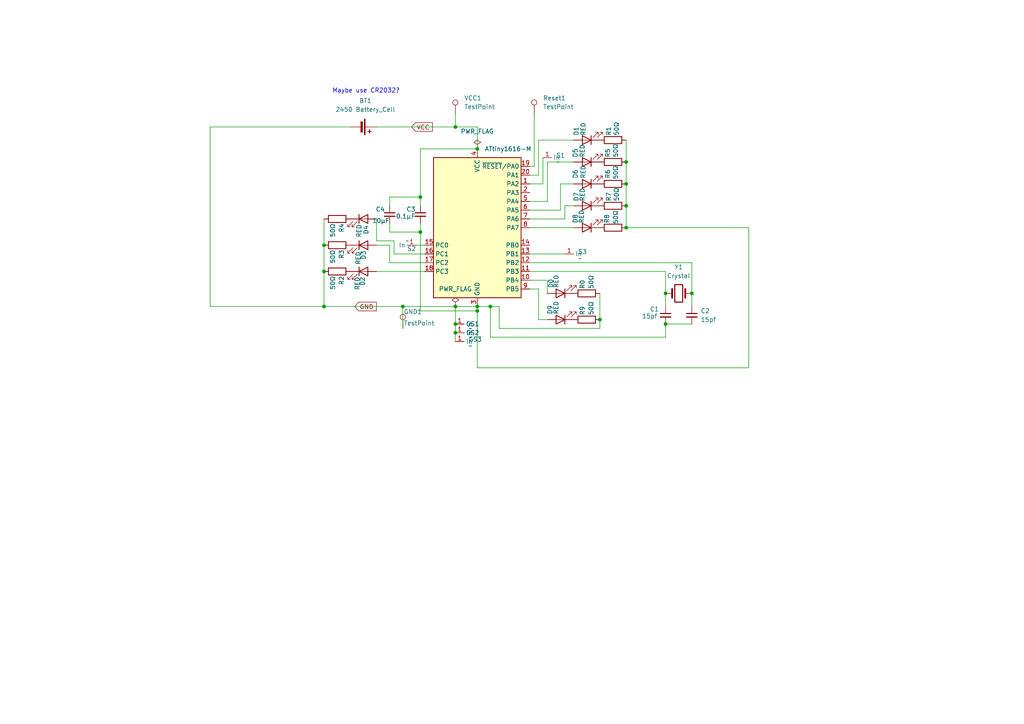
<source format=kicad_sch>
(kicad_sch
	(version 20250114)
	(generator "eeschema")
	(generator_version "9.0")
	(uuid "bc3b0f77-13c8-4ae5-b55c-5fe989ebeedc")
	(paper "A4")
	(lib_symbols
		(symbol "Connector:Empty_pad"
			(exclude_from_sim no)
			(in_bom yes)
			(on_board yes)
			(property "Reference" "P"
				(at -1.27 0 0)
				(effects
					(font
						(size 1.27 1.27)
					)
				)
			)
			(property "Value" ""
				(at 0 0 0)
				(effects
					(font
						(size 1.27 1.27)
					)
				)
			)
			(property "Footprint" ""
				(at 0 0 0)
				(effects
					(font
						(size 1.27 1.27)
					)
					(hide yes)
				)
			)
			(property "Datasheet" ""
				(at 0 0 0)
				(effects
					(font
						(size 1.27 1.27)
					)
					(hide yes)
				)
			)
			(property "Description" ""
				(at 0 0 0)
				(effects
					(font
						(size 1.27 1.27)
					)
					(hide yes)
				)
			)
			(symbol "Empty_pad_1_1"
				(pin input line
					(at 0 0 0)
					(length 2.54)
					(name "In"
						(effects
							(font
								(size 1.27 1.27)
							)
						)
					)
					(number "1"
						(effects
							(font
								(size 1.27 1.27)
							)
						)
					)
				)
			)
			(embedded_fonts no)
		)
		(symbol "Connector:TestPoint"
			(pin_numbers
				(hide yes)
			)
			(pin_names
				(offset 0.762)
				(hide yes)
			)
			(exclude_from_sim no)
			(in_bom yes)
			(on_board yes)
			(property "Reference" "TP"
				(at 0 6.858 0)
				(effects
					(font
						(size 1.27 1.27)
					)
				)
			)
			(property "Value" "TestPoint"
				(at 0 5.08 0)
				(effects
					(font
						(size 1.27 1.27)
					)
				)
			)
			(property "Footprint" ""
				(at 5.08 0 0)
				(effects
					(font
						(size 1.27 1.27)
					)
					(hide yes)
				)
			)
			(property "Datasheet" "~"
				(at 5.08 0 0)
				(effects
					(font
						(size 1.27 1.27)
					)
					(hide yes)
				)
			)
			(property "Description" "test point"
				(at 0 0 0)
				(effects
					(font
						(size 1.27 1.27)
					)
					(hide yes)
				)
			)
			(property "ki_keywords" "test point tp"
				(at 0 0 0)
				(effects
					(font
						(size 1.27 1.27)
					)
					(hide yes)
				)
			)
			(property "ki_fp_filters" "Pin* Test*"
				(at 0 0 0)
				(effects
					(font
						(size 1.27 1.27)
					)
					(hide yes)
				)
			)
			(symbol "TestPoint_0_1"
				(circle
					(center 0 3.302)
					(radius 0.762)
					(stroke
						(width 0)
						(type default)
					)
					(fill
						(type none)
					)
				)
			)
			(symbol "TestPoint_1_1"
				(pin passive line
					(at 0 0 90)
					(length 2.54)
					(name "1"
						(effects
							(font
								(size 1.27 1.27)
							)
						)
					)
					(number "1"
						(effects
							(font
								(size 1.27 1.27)
							)
						)
					)
				)
			)
			(embedded_fonts no)
		)
		(symbol "Device:Battery_Cell"
			(pin_numbers
				(hide yes)
			)
			(pin_names
				(offset 0)
				(hide yes)
			)
			(exclude_from_sim no)
			(in_bom yes)
			(on_board yes)
			(property "Reference" "BT"
				(at 2.54 2.54 0)
				(effects
					(font
						(size 1.27 1.27)
					)
					(justify left)
				)
			)
			(property "Value" "Battery_Cell"
				(at 2.54 0 0)
				(effects
					(font
						(size 1.27 1.27)
					)
					(justify left)
				)
			)
			(property "Footprint" ""
				(at 0 1.524 90)
				(effects
					(font
						(size 1.27 1.27)
					)
					(hide yes)
				)
			)
			(property "Datasheet" "~"
				(at 0 1.524 90)
				(effects
					(font
						(size 1.27 1.27)
					)
					(hide yes)
				)
			)
			(property "Description" "Single-cell battery"
				(at 0 0 0)
				(effects
					(font
						(size 1.27 1.27)
					)
					(hide yes)
				)
			)
			(property "ki_keywords" "battery cell"
				(at 0 0 0)
				(effects
					(font
						(size 1.27 1.27)
					)
					(hide yes)
				)
			)
			(symbol "Battery_Cell_0_1"
				(rectangle
					(start -2.286 1.778)
					(end 2.286 1.524)
					(stroke
						(width 0)
						(type default)
					)
					(fill
						(type outline)
					)
				)
				(rectangle
					(start -1.524 1.016)
					(end 1.524 0.508)
					(stroke
						(width 0)
						(type default)
					)
					(fill
						(type outline)
					)
				)
				(polyline
					(pts
						(xy 0 1.778) (xy 0 2.54)
					)
					(stroke
						(width 0)
						(type default)
					)
					(fill
						(type none)
					)
				)
				(polyline
					(pts
						(xy 0 0.762) (xy 0 0)
					)
					(stroke
						(width 0)
						(type default)
					)
					(fill
						(type none)
					)
				)
				(polyline
					(pts
						(xy 0.762 3.048) (xy 1.778 3.048)
					)
					(stroke
						(width 0.254)
						(type default)
					)
					(fill
						(type none)
					)
				)
				(polyline
					(pts
						(xy 1.27 3.556) (xy 1.27 2.54)
					)
					(stroke
						(width 0.254)
						(type default)
					)
					(fill
						(type none)
					)
				)
			)
			(symbol "Battery_Cell_1_1"
				(pin passive line
					(at 0 5.08 270)
					(length 2.54)
					(name "+"
						(effects
							(font
								(size 1.27 1.27)
							)
						)
					)
					(number "1"
						(effects
							(font
								(size 1.27 1.27)
							)
						)
					)
				)
				(pin passive line
					(at 0 -2.54 90)
					(length 2.54)
					(name "-"
						(effects
							(font
								(size 1.27 1.27)
							)
						)
					)
					(number "2"
						(effects
							(font
								(size 1.27 1.27)
							)
						)
					)
				)
			)
			(embedded_fonts no)
		)
		(symbol "Device:C_Small"
			(pin_numbers
				(hide yes)
			)
			(pin_names
				(offset 0.254)
				(hide yes)
			)
			(exclude_from_sim no)
			(in_bom yes)
			(on_board yes)
			(property "Reference" "C"
				(at 0.254 1.778 0)
				(effects
					(font
						(size 1.27 1.27)
					)
					(justify left)
				)
			)
			(property "Value" "C_Small"
				(at 0.254 -2.032 0)
				(effects
					(font
						(size 1.27 1.27)
					)
					(justify left)
				)
			)
			(property "Footprint" ""
				(at 0 0 0)
				(effects
					(font
						(size 1.27 1.27)
					)
					(hide yes)
				)
			)
			(property "Datasheet" "~"
				(at 0 0 0)
				(effects
					(font
						(size 1.27 1.27)
					)
					(hide yes)
				)
			)
			(property "Description" "Unpolarized capacitor, small symbol"
				(at 0 0 0)
				(effects
					(font
						(size 1.27 1.27)
					)
					(hide yes)
				)
			)
			(property "ki_keywords" "capacitor cap"
				(at 0 0 0)
				(effects
					(font
						(size 1.27 1.27)
					)
					(hide yes)
				)
			)
			(property "ki_fp_filters" "C_*"
				(at 0 0 0)
				(effects
					(font
						(size 1.27 1.27)
					)
					(hide yes)
				)
			)
			(symbol "C_Small_0_1"
				(polyline
					(pts
						(xy -1.524 0.508) (xy 1.524 0.508)
					)
					(stroke
						(width 0.3048)
						(type default)
					)
					(fill
						(type none)
					)
				)
				(polyline
					(pts
						(xy -1.524 -0.508) (xy 1.524 -0.508)
					)
					(stroke
						(width 0.3302)
						(type default)
					)
					(fill
						(type none)
					)
				)
			)
			(symbol "C_Small_1_1"
				(pin passive line
					(at 0 2.54 270)
					(length 2.032)
					(name "~"
						(effects
							(font
								(size 1.27 1.27)
							)
						)
					)
					(number "1"
						(effects
							(font
								(size 1.27 1.27)
							)
						)
					)
				)
				(pin passive line
					(at 0 -2.54 90)
					(length 2.032)
					(name "~"
						(effects
							(font
								(size 1.27 1.27)
							)
						)
					)
					(number "2"
						(effects
							(font
								(size 1.27 1.27)
							)
						)
					)
				)
			)
			(embedded_fonts no)
		)
		(symbol "Device:Crystal"
			(pin_numbers
				(hide yes)
			)
			(pin_names
				(offset 1.016)
				(hide yes)
			)
			(exclude_from_sim no)
			(in_bom yes)
			(on_board yes)
			(property "Reference" "Y"
				(at 0 3.81 0)
				(effects
					(font
						(size 1.27 1.27)
					)
				)
			)
			(property "Value" "Crystal"
				(at 0 -3.81 0)
				(effects
					(font
						(size 1.27 1.27)
					)
				)
			)
			(property "Footprint" ""
				(at 0 0 0)
				(effects
					(font
						(size 1.27 1.27)
					)
					(hide yes)
				)
			)
			(property "Datasheet" "~"
				(at 0 0 0)
				(effects
					(font
						(size 1.27 1.27)
					)
					(hide yes)
				)
			)
			(property "Description" "Two pin crystal"
				(at 0 0 0)
				(effects
					(font
						(size 1.27 1.27)
					)
					(hide yes)
				)
			)
			(property "ki_keywords" "quartz ceramic resonator oscillator"
				(at 0 0 0)
				(effects
					(font
						(size 1.27 1.27)
					)
					(hide yes)
				)
			)
			(property "ki_fp_filters" "Crystal*"
				(at 0 0 0)
				(effects
					(font
						(size 1.27 1.27)
					)
					(hide yes)
				)
			)
			(symbol "Crystal_0_1"
				(polyline
					(pts
						(xy -2.54 0) (xy -1.905 0)
					)
					(stroke
						(width 0)
						(type default)
					)
					(fill
						(type none)
					)
				)
				(polyline
					(pts
						(xy -1.905 -1.27) (xy -1.905 1.27)
					)
					(stroke
						(width 0.508)
						(type default)
					)
					(fill
						(type none)
					)
				)
				(rectangle
					(start -1.143 2.54)
					(end 1.143 -2.54)
					(stroke
						(width 0.3048)
						(type default)
					)
					(fill
						(type none)
					)
				)
				(polyline
					(pts
						(xy 1.905 -1.27) (xy 1.905 1.27)
					)
					(stroke
						(width 0.508)
						(type default)
					)
					(fill
						(type none)
					)
				)
				(polyline
					(pts
						(xy 2.54 0) (xy 1.905 0)
					)
					(stroke
						(width 0)
						(type default)
					)
					(fill
						(type none)
					)
				)
			)
			(symbol "Crystal_1_1"
				(pin passive line
					(at -3.81 0 0)
					(length 1.27)
					(name "1"
						(effects
							(font
								(size 1.27 1.27)
							)
						)
					)
					(number "1"
						(effects
							(font
								(size 1.27 1.27)
							)
						)
					)
				)
				(pin passive line
					(at 3.81 0 180)
					(length 1.27)
					(name "2"
						(effects
							(font
								(size 1.27 1.27)
							)
						)
					)
					(number "2"
						(effects
							(font
								(size 1.27 1.27)
							)
						)
					)
				)
			)
			(embedded_fonts no)
		)
		(symbol "Device:LED"
			(pin_numbers
				(hide yes)
			)
			(pin_names
				(offset 1.016)
				(hide yes)
			)
			(exclude_from_sim no)
			(in_bom yes)
			(on_board yes)
			(property "Reference" "D"
				(at 0 2.54 0)
				(effects
					(font
						(size 1.27 1.27)
					)
				)
			)
			(property "Value" "LED"
				(at 0 -2.54 0)
				(effects
					(font
						(size 1.27 1.27)
					)
				)
			)
			(property "Footprint" ""
				(at 0 0 0)
				(effects
					(font
						(size 1.27 1.27)
					)
					(hide yes)
				)
			)
			(property "Datasheet" "~"
				(at 0 0 0)
				(effects
					(font
						(size 1.27 1.27)
					)
					(hide yes)
				)
			)
			(property "Description" "Light emitting diode"
				(at 0 0 0)
				(effects
					(font
						(size 1.27 1.27)
					)
					(hide yes)
				)
			)
			(property "Sim.Pins" "1=K 2=A"
				(at 0 0 0)
				(effects
					(font
						(size 1.27 1.27)
					)
					(hide yes)
				)
			)
			(property "ki_keywords" "LED diode"
				(at 0 0 0)
				(effects
					(font
						(size 1.27 1.27)
					)
					(hide yes)
				)
			)
			(property "ki_fp_filters" "LED* LED_SMD:* LED_THT:*"
				(at 0 0 0)
				(effects
					(font
						(size 1.27 1.27)
					)
					(hide yes)
				)
			)
			(symbol "LED_0_1"
				(polyline
					(pts
						(xy -3.048 -0.762) (xy -4.572 -2.286) (xy -3.81 -2.286) (xy -4.572 -2.286) (xy -4.572 -1.524)
					)
					(stroke
						(width 0)
						(type default)
					)
					(fill
						(type none)
					)
				)
				(polyline
					(pts
						(xy -1.778 -0.762) (xy -3.302 -2.286) (xy -2.54 -2.286) (xy -3.302 -2.286) (xy -3.302 -1.524)
					)
					(stroke
						(width 0)
						(type default)
					)
					(fill
						(type none)
					)
				)
				(polyline
					(pts
						(xy -1.27 0) (xy 1.27 0)
					)
					(stroke
						(width 0)
						(type default)
					)
					(fill
						(type none)
					)
				)
				(polyline
					(pts
						(xy -1.27 -1.27) (xy -1.27 1.27)
					)
					(stroke
						(width 0.254)
						(type default)
					)
					(fill
						(type none)
					)
				)
				(polyline
					(pts
						(xy 1.27 -1.27) (xy 1.27 1.27) (xy -1.27 0) (xy 1.27 -1.27)
					)
					(stroke
						(width 0.254)
						(type default)
					)
					(fill
						(type none)
					)
				)
			)
			(symbol "LED_1_1"
				(pin passive line
					(at -3.81 0 0)
					(length 2.54)
					(name "K"
						(effects
							(font
								(size 1.27 1.27)
							)
						)
					)
					(number "1"
						(effects
							(font
								(size 1.27 1.27)
							)
						)
					)
				)
				(pin passive line
					(at 3.81 0 180)
					(length 2.54)
					(name "A"
						(effects
							(font
								(size 1.27 1.27)
							)
						)
					)
					(number "2"
						(effects
							(font
								(size 1.27 1.27)
							)
						)
					)
				)
			)
			(embedded_fonts no)
		)
		(symbol "Device:R"
			(pin_numbers
				(hide yes)
			)
			(pin_names
				(offset 0)
			)
			(exclude_from_sim no)
			(in_bom yes)
			(on_board yes)
			(property "Reference" "R"
				(at 2.032 0 90)
				(effects
					(font
						(size 1.27 1.27)
					)
				)
			)
			(property "Value" "R"
				(at 0 0 90)
				(effects
					(font
						(size 1.27 1.27)
					)
				)
			)
			(property "Footprint" ""
				(at -1.778 0 90)
				(effects
					(font
						(size 1.27 1.27)
					)
					(hide yes)
				)
			)
			(property "Datasheet" "~"
				(at 0 0 0)
				(effects
					(font
						(size 1.27 1.27)
					)
					(hide yes)
				)
			)
			(property "Description" "Resistor"
				(at 0 0 0)
				(effects
					(font
						(size 1.27 1.27)
					)
					(hide yes)
				)
			)
			(property "ki_keywords" "R res resistor"
				(at 0 0 0)
				(effects
					(font
						(size 1.27 1.27)
					)
					(hide yes)
				)
			)
			(property "ki_fp_filters" "R_*"
				(at 0 0 0)
				(effects
					(font
						(size 1.27 1.27)
					)
					(hide yes)
				)
			)
			(symbol "R_0_1"
				(rectangle
					(start -1.016 -2.54)
					(end 1.016 2.54)
					(stroke
						(width 0.254)
						(type default)
					)
					(fill
						(type none)
					)
				)
			)
			(symbol "R_1_1"
				(pin passive line
					(at 0 3.81 270)
					(length 1.27)
					(name "~"
						(effects
							(font
								(size 1.27 1.27)
							)
						)
					)
					(number "1"
						(effects
							(font
								(size 1.27 1.27)
							)
						)
					)
				)
				(pin passive line
					(at 0 -3.81 90)
					(length 1.27)
					(name "~"
						(effects
							(font
								(size 1.27 1.27)
							)
						)
					)
					(number "2"
						(effects
							(font
								(size 1.27 1.27)
							)
						)
					)
				)
			)
			(embedded_fonts no)
		)
		(symbol "MCU_Microchip_ATtiny:ATtiny1616-M"
			(exclude_from_sim no)
			(in_bom yes)
			(on_board yes)
			(property "Reference" "U"
				(at -12.7 21.59 0)
				(effects
					(font
						(size 1.27 1.27)
					)
					(justify left bottom)
				)
			)
			(property "Value" "ATtiny1616-M"
				(at 2.54 -21.59 0)
				(effects
					(font
						(size 1.27 1.27)
					)
					(justify left top)
				)
			)
			(property "Footprint" "Package_DFN_QFN:VQFN-20-1EP_3x3mm_P0.4mm_EP1.7x1.7mm"
				(at 0 0 0)
				(effects
					(font
						(size 1.27 1.27)
						(italic yes)
					)
					(hide yes)
				)
			)
			(property "Datasheet" "http://ww1.microchip.com/downloads/en/DeviceDoc/ATtiny3216_ATtiny1616-data-sheet-40001997B.pdf"
				(at 0 0 0)
				(effects
					(font
						(size 1.27 1.27)
					)
					(hide yes)
				)
			)
			(property "Description" "20MHz, 16kB Flash, 2kB SRAM, 256B EEPROM, VQFN-20"
				(at 0 0 0)
				(effects
					(font
						(size 1.27 1.27)
					)
					(hide yes)
				)
			)
			(property "ki_keywords" "AVR 8bit Microcontroller tinyAVR"
				(at 0 0 0)
				(effects
					(font
						(size 1.27 1.27)
					)
					(hide yes)
				)
			)
			(property "ki_fp_filters" "VQFN*1EP*3x3mm*P0.4mm*"
				(at 0 0 0)
				(effects
					(font
						(size 1.27 1.27)
					)
					(hide yes)
				)
			)
			(symbol "ATtiny1616-M_0_1"
				(rectangle
					(start -12.7 -20.32)
					(end 12.7 20.32)
					(stroke
						(width 0.254)
						(type default)
					)
					(fill
						(type background)
					)
				)
			)
			(symbol "ATtiny1616-M_1_1"
				(pin bidirectional line
					(at -15.24 -5.08 0)
					(length 2.54)
					(name "PC0"
						(effects
							(font
								(size 1.27 1.27)
							)
						)
					)
					(number "15"
						(effects
							(font
								(size 1.27 1.27)
							)
						)
					)
				)
				(pin bidirectional line
					(at -15.24 -7.62 0)
					(length 2.54)
					(name "PC1"
						(effects
							(font
								(size 1.27 1.27)
							)
						)
					)
					(number "16"
						(effects
							(font
								(size 1.27 1.27)
							)
						)
					)
				)
				(pin bidirectional line
					(at -15.24 -10.16 0)
					(length 2.54)
					(name "PC2"
						(effects
							(font
								(size 1.27 1.27)
							)
						)
					)
					(number "17"
						(effects
							(font
								(size 1.27 1.27)
							)
						)
					)
				)
				(pin bidirectional line
					(at -15.24 -12.7 0)
					(length 2.54)
					(name "PC3"
						(effects
							(font
								(size 1.27 1.27)
							)
						)
					)
					(number "18"
						(effects
							(font
								(size 1.27 1.27)
							)
						)
					)
				)
				(pin power_in line
					(at 0 22.86 270)
					(length 2.54)
					(name "VCC"
						(effects
							(font
								(size 1.27 1.27)
							)
						)
					)
					(number "4"
						(effects
							(font
								(size 1.27 1.27)
							)
						)
					)
				)
				(pin passive line
					(at 0 -22.86 90)
					(length 2.54)
					(hide yes)
					(name "GND"
						(effects
							(font
								(size 1.27 1.27)
							)
						)
					)
					(number "21"
						(effects
							(font
								(size 1.27 1.27)
							)
						)
					)
				)
				(pin power_in line
					(at 0 -22.86 90)
					(length 2.54)
					(name "GND"
						(effects
							(font
								(size 1.27 1.27)
							)
						)
					)
					(number "3"
						(effects
							(font
								(size 1.27 1.27)
							)
						)
					)
				)
				(pin bidirectional line
					(at 15.24 17.78 180)
					(length 2.54)
					(name "~{RESET}/PA0"
						(effects
							(font
								(size 1.27 1.27)
							)
						)
					)
					(number "19"
						(effects
							(font
								(size 1.27 1.27)
							)
						)
					)
				)
				(pin bidirectional line
					(at 15.24 15.24 180)
					(length 2.54)
					(name "PA1"
						(effects
							(font
								(size 1.27 1.27)
							)
						)
					)
					(number "20"
						(effects
							(font
								(size 1.27 1.27)
							)
						)
					)
				)
				(pin bidirectional line
					(at 15.24 12.7 180)
					(length 2.54)
					(name "PA2"
						(effects
							(font
								(size 1.27 1.27)
							)
						)
					)
					(number "1"
						(effects
							(font
								(size 1.27 1.27)
							)
						)
					)
				)
				(pin bidirectional line
					(at 15.24 10.16 180)
					(length 2.54)
					(name "PA3"
						(effects
							(font
								(size 1.27 1.27)
							)
						)
					)
					(number "2"
						(effects
							(font
								(size 1.27 1.27)
							)
						)
					)
				)
				(pin bidirectional line
					(at 15.24 7.62 180)
					(length 2.54)
					(name "PA4"
						(effects
							(font
								(size 1.27 1.27)
							)
						)
					)
					(number "5"
						(effects
							(font
								(size 1.27 1.27)
							)
						)
					)
				)
				(pin bidirectional line
					(at 15.24 5.08 180)
					(length 2.54)
					(name "PA5"
						(effects
							(font
								(size 1.27 1.27)
							)
						)
					)
					(number "6"
						(effects
							(font
								(size 1.27 1.27)
							)
						)
					)
				)
				(pin bidirectional line
					(at 15.24 2.54 180)
					(length 2.54)
					(name "PA6"
						(effects
							(font
								(size 1.27 1.27)
							)
						)
					)
					(number "7"
						(effects
							(font
								(size 1.27 1.27)
							)
						)
					)
				)
				(pin bidirectional line
					(at 15.24 0 180)
					(length 2.54)
					(name "PA7"
						(effects
							(font
								(size 1.27 1.27)
							)
						)
					)
					(number "8"
						(effects
							(font
								(size 1.27 1.27)
							)
						)
					)
				)
				(pin bidirectional line
					(at 15.24 -5.08 180)
					(length 2.54)
					(name "PB0"
						(effects
							(font
								(size 1.27 1.27)
							)
						)
					)
					(number "14"
						(effects
							(font
								(size 1.27 1.27)
							)
						)
					)
				)
				(pin bidirectional line
					(at 15.24 -7.62 180)
					(length 2.54)
					(name "PB1"
						(effects
							(font
								(size 1.27 1.27)
							)
						)
					)
					(number "13"
						(effects
							(font
								(size 1.27 1.27)
							)
						)
					)
				)
				(pin bidirectional line
					(at 15.24 -10.16 180)
					(length 2.54)
					(name "PB2"
						(effects
							(font
								(size 1.27 1.27)
							)
						)
					)
					(number "12"
						(effects
							(font
								(size 1.27 1.27)
							)
						)
					)
				)
				(pin bidirectional line
					(at 15.24 -12.7 180)
					(length 2.54)
					(name "PB3"
						(effects
							(font
								(size 1.27 1.27)
							)
						)
					)
					(number "11"
						(effects
							(font
								(size 1.27 1.27)
							)
						)
					)
				)
				(pin bidirectional line
					(at 15.24 -15.24 180)
					(length 2.54)
					(name "PB4"
						(effects
							(font
								(size 1.27 1.27)
							)
						)
					)
					(number "10"
						(effects
							(font
								(size 1.27 1.27)
							)
						)
					)
				)
				(pin bidirectional line
					(at 15.24 -17.78 180)
					(length 2.54)
					(name "PB5"
						(effects
							(font
								(size 1.27 1.27)
							)
						)
					)
					(number "9"
						(effects
							(font
								(size 1.27 1.27)
							)
						)
					)
				)
			)
			(embedded_fonts no)
		)
		(symbol "power:PWR_FLAG"
			(power)
			(pin_numbers
				(hide yes)
			)
			(pin_names
				(offset 0)
				(hide yes)
			)
			(exclude_from_sim no)
			(in_bom yes)
			(on_board yes)
			(property "Reference" "#FLG"
				(at 0 1.905 0)
				(effects
					(font
						(size 1.27 1.27)
					)
					(hide yes)
				)
			)
			(property "Value" "PWR_FLAG"
				(at 0 3.81 0)
				(effects
					(font
						(size 1.27 1.27)
					)
				)
			)
			(property "Footprint" ""
				(at 0 0 0)
				(effects
					(font
						(size 1.27 1.27)
					)
					(hide yes)
				)
			)
			(property "Datasheet" "~"
				(at 0 0 0)
				(effects
					(font
						(size 1.27 1.27)
					)
					(hide yes)
				)
			)
			(property "Description" "Special symbol for telling ERC where power comes from"
				(at 0 0 0)
				(effects
					(font
						(size 1.27 1.27)
					)
					(hide yes)
				)
			)
			(property "ki_keywords" "flag power"
				(at 0 0 0)
				(effects
					(font
						(size 1.27 1.27)
					)
					(hide yes)
				)
			)
			(symbol "PWR_FLAG_0_0"
				(pin power_out line
					(at 0 0 90)
					(length 0)
					(name "~"
						(effects
							(font
								(size 1.27 1.27)
							)
						)
					)
					(number "1"
						(effects
							(font
								(size 1.27 1.27)
							)
						)
					)
				)
			)
			(symbol "PWR_FLAG_0_1"
				(polyline
					(pts
						(xy 0 0) (xy 0 1.27) (xy -1.016 1.905) (xy 0 2.54) (xy 1.016 1.905) (xy 0 1.27)
					)
					(stroke
						(width 0)
						(type default)
					)
					(fill
						(type none)
					)
				)
			)
			(embedded_fonts no)
		)
	)
	(text "Maybe use CR2032?"
		(exclude_from_sim no)
		(at 106.172 26.416 0)
		(effects
			(font
				(size 1.27 1.27)
			)
		)
		(uuid "087d4dd8-0b4c-4459-b950-083bcd72ce7d")
	)
	(junction
		(at 132.08 96.52)
		(diameter 0)
		(color 0 0 0 0)
		(uuid "0d80376d-fd46-487c-85f7-5f81d400944a")
	)
	(junction
		(at 138.43 90.17)
		(diameter 0)
		(color 0 0 0 0)
		(uuid "0f3fe6c4-51df-43c9-963c-661f5c182ac9")
	)
	(junction
		(at 181.61 53.34)
		(diameter 0)
		(color 0 0 0 0)
		(uuid "112b10ce-0fd8-4d29-8273-e9e26d2e1548")
	)
	(junction
		(at 181.61 59.69)
		(diameter 0)
		(color 0 0 0 0)
		(uuid "22af5db6-5b0a-464a-8acc-5e972d998867")
	)
	(junction
		(at 200.66 85.09)
		(diameter 0)
		(color 0 0 0 0)
		(uuid "292ff57a-5ca1-4ea0-9040-01522938cbd7")
	)
	(junction
		(at 181.61 66.04)
		(diameter 0)
		(color 0 0 0 0)
		(uuid "344a1ef5-1864-456e-ac17-7deb0551e17f")
	)
	(junction
		(at 138.43 88.9)
		(diameter 0)
		(color 0 0 0 0)
		(uuid "3f17c03d-105e-44d4-bc80-cb1b53c1299e")
	)
	(junction
		(at 132.08 36.83)
		(diameter 0)
		(color 0 0 0 0)
		(uuid "53bc316f-d932-4222-86f8-61b287ff707b")
	)
	(junction
		(at 93.98 78.74)
		(diameter 0)
		(color 0 0 0 0)
		(uuid "5957d78a-cd8f-4074-8319-50e8dc7716e6")
	)
	(junction
		(at 138.43 43.18)
		(diameter 0)
		(color 0 0 0 0)
		(uuid "6141ec4b-b9bc-4eeb-967c-80e1630fed32")
	)
	(junction
		(at 193.04 93.98)
		(diameter 0)
		(color 0 0 0 0)
		(uuid "62d199e3-4c8c-4752-aff7-48757caa01fd")
	)
	(junction
		(at 132.08 93.98)
		(diameter 0)
		(color 0 0 0 0)
		(uuid "7c2ca271-21ce-4eca-9185-949f2ba58625")
	)
	(junction
		(at 121.92 67.31)
		(diameter 0)
		(color 0 0 0 0)
		(uuid "7ef9f92b-6dfd-4ba3-9b62-899f6c77e8e6")
	)
	(junction
		(at 93.98 71.12)
		(diameter 0)
		(color 0 0 0 0)
		(uuid "87486f82-0013-4137-affd-58a9def49605")
	)
	(junction
		(at 193.04 85.09)
		(diameter 0)
		(color 0 0 0 0)
		(uuid "aa003893-2327-4965-8b61-f12e1c71c935")
	)
	(junction
		(at 132.08 88.9)
		(diameter 0)
		(color 0 0 0 0)
		(uuid "add5a9cb-5cb8-4b33-9606-5cc1791b0ab1")
	)
	(junction
		(at 93.98 88.9)
		(diameter 0)
		(color 0 0 0 0)
		(uuid "b1a00a89-c21d-4ebe-ba72-2be6d316d378")
	)
	(junction
		(at 181.61 46.99)
		(diameter 0)
		(color 0 0 0 0)
		(uuid "c68f7146-9960-4435-969a-907f96156fc1")
	)
	(junction
		(at 142.24 88.9)
		(diameter 0)
		(color 0 0 0 0)
		(uuid "dab266ca-6af2-4049-9bdd-3e5b91fb120f")
	)
	(junction
		(at 116.84 88.9)
		(diameter 0)
		(color 0 0 0 0)
		(uuid "e5d2bea4-e087-4826-965a-b10b0ed30489")
	)
	(junction
		(at 173.99 92.71)
		(diameter 0)
		(color 0 0 0 0)
		(uuid "eafe8ca8-897d-4c5e-9552-cb5fb615de39")
	)
	(junction
		(at 121.92 57.15)
		(diameter 0)
		(color 0 0 0 0)
		(uuid "f4bd02c6-33d6-464d-a1af-ed87c33a2678")
	)
	(wire
		(pts
			(xy 173.99 92.71) (xy 173.99 95.25)
		)
		(stroke
			(width 0)
			(type default)
		)
		(uuid "021df7aa-4ac6-4c68-abd5-0643921e12a5")
	)
	(wire
		(pts
			(xy 114.3 69.85) (xy 109.22 69.85)
		)
		(stroke
			(width 0)
			(type default)
		)
		(uuid "13af2112-9458-4702-a885-098739b5e6ae")
	)
	(wire
		(pts
			(xy 113.03 57.15) (xy 113.03 59.69)
		)
		(stroke
			(width 0)
			(type default)
		)
		(uuid "1adde23b-6566-4544-af7d-90f632ba7895")
	)
	(wire
		(pts
			(xy 132.08 93.98) (xy 132.08 96.52)
		)
		(stroke
			(width 0)
			(type default)
		)
		(uuid "21a1b4be-37dd-4a6e-ac66-2e70125d8019")
	)
	(wire
		(pts
			(xy 109.22 36.83) (xy 132.08 36.83)
		)
		(stroke
			(width 0)
			(type default)
		)
		(uuid "220271e7-99d6-4cef-a91c-f9dedc7da6bc")
	)
	(wire
		(pts
			(xy 153.67 60.96) (xy 162.56 60.96)
		)
		(stroke
			(width 0)
			(type default)
		)
		(uuid "24a5e9bb-f13f-486d-9e51-f83bde341116")
	)
	(wire
		(pts
			(xy 153.67 48.26) (xy 154.94 48.26)
		)
		(stroke
			(width 0)
			(type default)
		)
		(uuid "2802a167-a995-49a2-b7b5-e5c5a7dc7650")
	)
	(wire
		(pts
			(xy 109.22 78.74) (xy 123.19 78.74)
		)
		(stroke
			(width 0)
			(type default)
		)
		(uuid "286bd985-37d5-4df2-8d4e-ac6f5ba8042e")
	)
	(wire
		(pts
			(xy 138.43 88.9) (xy 138.43 90.17)
		)
		(stroke
			(width 0)
			(type default)
		)
		(uuid "28fc46f7-896b-499b-a598-66888fb4014b")
	)
	(wire
		(pts
			(xy 132.08 88.9) (xy 138.43 88.9)
		)
		(stroke
			(width 0)
			(type default)
		)
		(uuid "2a1b8306-751a-44f6-8995-f5790a664f17")
	)
	(wire
		(pts
			(xy 200.66 85.09) (xy 200.66 88.9)
		)
		(stroke
			(width 0)
			(type default)
		)
		(uuid "2b8a9f40-f147-4148-8760-be891f6d2c47")
	)
	(wire
		(pts
			(xy 121.92 57.15) (xy 121.92 59.69)
		)
		(stroke
			(width 0)
			(type default)
		)
		(uuid "2b987c50-1646-44c7-b6f9-404f9b528bce")
	)
	(wire
		(pts
			(xy 132.08 33.02) (xy 132.08 36.83)
		)
		(stroke
			(width 0)
			(type default)
		)
		(uuid "2cb2da66-581d-486f-ab29-1e43f4f94e4c")
	)
	(wire
		(pts
			(xy 116.84 88.9) (xy 132.08 88.9)
		)
		(stroke
			(width 0)
			(type default)
		)
		(uuid "2da3ffc7-7330-455d-be70-2f9a0087d0b1")
	)
	(wire
		(pts
			(xy 60.96 88.9) (xy 60.96 36.83)
		)
		(stroke
			(width 0)
			(type default)
		)
		(uuid "2df19696-dfbf-4f25-9ec1-f666163ad6c2")
	)
	(wire
		(pts
			(xy 217.17 66.04) (xy 217.17 106.68)
		)
		(stroke
			(width 0)
			(type default)
		)
		(uuid "2ea68d8c-9fa2-41b4-970d-e6b200e53f36")
	)
	(wire
		(pts
			(xy 153.67 81.28) (xy 158.75 81.28)
		)
		(stroke
			(width 0)
			(type default)
		)
		(uuid "31b79c8f-bb1a-47a5-9f03-b18b67383a91")
	)
	(wire
		(pts
			(xy 162.56 53.34) (xy 166.37 53.34)
		)
		(stroke
			(width 0)
			(type default)
		)
		(uuid "382b5cc1-8e47-4509-9094-9b9dfaeec4dc")
	)
	(wire
		(pts
			(xy 93.98 88.9) (xy 116.84 88.9)
		)
		(stroke
			(width 0)
			(type default)
		)
		(uuid "3b367c43-f959-480e-8cd5-f0149928192d")
	)
	(wire
		(pts
			(xy 113.03 71.12) (xy 109.22 71.12)
		)
		(stroke
			(width 0)
			(type default)
		)
		(uuid "3c1f5c37-26f1-4a4d-88aa-90c5373f1c8d")
	)
	(wire
		(pts
			(xy 156.21 50.8) (xy 156.21 40.64)
		)
		(stroke
			(width 0)
			(type default)
		)
		(uuid "428aea05-2cfe-41f2-979a-3c58d6656c04")
	)
	(wire
		(pts
			(xy 144.78 88.9) (xy 142.24 88.9)
		)
		(stroke
			(width 0)
			(type default)
		)
		(uuid "49eeed45-d295-4fa6-9052-9e2267d90f3c")
	)
	(wire
		(pts
			(xy 120.65 71.12) (xy 123.19 71.12)
		)
		(stroke
			(width 0)
			(type default)
		)
		(uuid "4a43db4b-83b8-4a48-ade7-f62a7e7f49ce")
	)
	(wire
		(pts
			(xy 162.56 60.96) (xy 162.56 53.34)
		)
		(stroke
			(width 0)
			(type default)
		)
		(uuid "4cf6ecf2-c3a8-4961-9d18-e9aac50aedc0")
	)
	(wire
		(pts
			(xy 153.67 58.42) (xy 158.75 58.42)
		)
		(stroke
			(width 0)
			(type default)
		)
		(uuid "4f35821c-5980-4b3b-9663-022dc7613c94")
	)
	(wire
		(pts
			(xy 121.92 43.18) (xy 121.92 57.15)
		)
		(stroke
			(width 0)
			(type default)
		)
		(uuid "4f7800ab-22a6-4df3-8aef-2c1ca99bdfe7")
	)
	(wire
		(pts
			(xy 181.61 59.69) (xy 181.61 66.04)
		)
		(stroke
			(width 0)
			(type default)
		)
		(uuid "5006d2e9-7fc7-47f9-bc20-cab04a81c46f")
	)
	(wire
		(pts
			(xy 142.24 88.9) (xy 138.43 88.9)
		)
		(stroke
			(width 0)
			(type default)
		)
		(uuid "52ce9e7d-d744-47e5-a90e-7c53d5ec8f78")
	)
	(wire
		(pts
			(xy 138.43 36.83) (xy 138.43 43.18)
		)
		(stroke
			(width 0)
			(type default)
		)
		(uuid "5ada20fd-cec3-4978-a270-ef9e242dbc47")
	)
	(wire
		(pts
			(xy 158.75 46.99) (xy 166.37 46.99)
		)
		(stroke
			(width 0)
			(type default)
		)
		(uuid "5b00c19f-5b63-4782-b87b-f91bdb35745d")
	)
	(wire
		(pts
			(xy 109.22 63.5) (xy 109.22 69.85)
		)
		(stroke
			(width 0)
			(type default)
		)
		(uuid "5ba77888-242c-437c-bd53-e6b5efcf92e6")
	)
	(wire
		(pts
			(xy 123.19 73.66) (xy 114.3 73.66)
		)
		(stroke
			(width 0)
			(type default)
		)
		(uuid "5c928051-b9ac-4d74-9fc0-46915fd3ac85")
	)
	(wire
		(pts
			(xy 156.21 92.71) (xy 158.75 92.71)
		)
		(stroke
			(width 0)
			(type default)
		)
		(uuid "5d54e863-c5ea-4b28-b4ee-df9c5bc58095")
	)
	(wire
		(pts
			(xy 153.67 76.2) (xy 200.66 76.2)
		)
		(stroke
			(width 0)
			(type default)
		)
		(uuid "5d9e9460-ff57-419a-a8e6-23b552b59003")
	)
	(wire
		(pts
			(xy 144.78 95.25) (xy 144.78 88.9)
		)
		(stroke
			(width 0)
			(type default)
		)
		(uuid "5da84d1e-e7e6-493e-8a37-d99d1a22de99")
	)
	(wire
		(pts
			(xy 121.92 57.15) (xy 113.03 57.15)
		)
		(stroke
			(width 0)
			(type default)
		)
		(uuid "5fd53170-af70-4edd-a918-4908cce13c52")
	)
	(wire
		(pts
			(xy 193.04 97.79) (xy 142.24 97.79)
		)
		(stroke
			(width 0)
			(type default)
		)
		(uuid "647941d5-1016-49f9-a6f0-010df620b570")
	)
	(wire
		(pts
			(xy 116.84 88.9) (xy 116.84 95.25)
		)
		(stroke
			(width 0)
			(type default)
		)
		(uuid "679ad217-a06d-4bd7-979d-0bb276bda181")
	)
	(wire
		(pts
			(xy 154.94 33.02) (xy 154.94 48.26)
		)
		(stroke
			(width 0)
			(type default)
		)
		(uuid "68ba6c6b-d20b-4bec-9a9f-e38a70d0460a")
	)
	(wire
		(pts
			(xy 132.08 36.83) (xy 138.43 36.83)
		)
		(stroke
			(width 0)
			(type default)
		)
		(uuid "6c5de156-341a-4cb1-b880-68757c49e495")
	)
	(wire
		(pts
			(xy 158.75 81.28) (xy 158.75 85.09)
		)
		(stroke
			(width 0)
			(type default)
		)
		(uuid "6ef3b471-06a7-4cf5-8e0b-6ab6d400cb16")
	)
	(wire
		(pts
			(xy 114.3 73.66) (xy 114.3 69.85)
		)
		(stroke
			(width 0)
			(type default)
		)
		(uuid "75bc5a16-d78c-45b0-a659-83caabce3bc8")
	)
	(wire
		(pts
			(xy 193.04 93.98) (xy 200.66 93.98)
		)
		(stroke
			(width 0)
			(type default)
		)
		(uuid "7824c499-d356-48d4-83d8-ba59add474b5")
	)
	(wire
		(pts
			(xy 60.96 36.83) (xy 101.6 36.83)
		)
		(stroke
			(width 0)
			(type default)
		)
		(uuid "7f8ed30b-5fd6-4cea-9ef1-aa9c4b3b5652")
	)
	(wire
		(pts
			(xy 173.99 85.09) (xy 173.99 92.71)
		)
		(stroke
			(width 0)
			(type default)
		)
		(uuid "804c68fa-39d5-4d84-8bf3-275b7a0c1389")
	)
	(wire
		(pts
			(xy 163.83 59.69) (xy 166.37 59.69)
		)
		(stroke
			(width 0)
			(type default)
		)
		(uuid "8a3c37f8-e721-44ca-8830-75aeeeea20bb")
	)
	(wire
		(pts
			(xy 181.61 66.04) (xy 217.17 66.04)
		)
		(stroke
			(width 0)
			(type default)
		)
		(uuid "8c4be5d6-afa4-43da-9870-453ee9ab6f82")
	)
	(wire
		(pts
			(xy 93.98 63.5) (xy 93.98 71.12)
		)
		(stroke
			(width 0)
			(type default)
		)
		(uuid "8f6c7c35-7749-4386-91cb-fbcdc957cbf9")
	)
	(wire
		(pts
			(xy 93.98 71.12) (xy 93.98 78.74)
		)
		(stroke
			(width 0)
			(type default)
		)
		(uuid "917f895f-fb89-4d7d-8224-10e880366a85")
	)
	(wire
		(pts
			(xy 193.04 93.98) (xy 193.04 97.79)
		)
		(stroke
			(width 0)
			(type default)
		)
		(uuid "9834b539-0495-40b5-a64b-50375680707f")
	)
	(wire
		(pts
			(xy 113.03 67.31) (xy 121.92 67.31)
		)
		(stroke
			(width 0)
			(type default)
		)
		(uuid "99361001-63e9-4a27-a2b9-c3b76fc34d51")
	)
	(wire
		(pts
			(xy 181.61 46.99) (xy 181.61 53.34)
		)
		(stroke
			(width 0)
			(type default)
		)
		(uuid "9c23afcf-dee0-4aab-a488-ba8003691dff")
	)
	(wire
		(pts
			(xy 193.04 85.09) (xy 193.04 88.9)
		)
		(stroke
			(width 0)
			(type default)
		)
		(uuid "9eaa28ef-1fbc-47a3-b532-9694a626b86b")
	)
	(wire
		(pts
			(xy 193.04 78.74) (xy 193.04 85.09)
		)
		(stroke
			(width 0)
			(type default)
		)
		(uuid "a531e351-1130-4338-aef7-ce32f55b516a")
	)
	(wire
		(pts
			(xy 158.75 58.42) (xy 158.75 46.99)
		)
		(stroke
			(width 0)
			(type default)
		)
		(uuid "a560e560-51bd-4c0c-8408-4e847cd0c292")
	)
	(wire
		(pts
			(xy 138.43 106.68) (xy 217.17 106.68)
		)
		(stroke
			(width 0)
			(type default)
		)
		(uuid "a96e4da3-ca1b-4876-b1a0-099cf0ac104b")
	)
	(wire
		(pts
			(xy 123.19 76.2) (xy 113.03 76.2)
		)
		(stroke
			(width 0)
			(type default)
		)
		(uuid "aaeee1e3-5023-4d28-b4ba-e2d6a1f6e949")
	)
	(wire
		(pts
			(xy 153.67 63.5) (xy 163.83 63.5)
		)
		(stroke
			(width 0)
			(type default)
		)
		(uuid "ae19399e-6b94-4978-95c7-003c3fd2c58b")
	)
	(wire
		(pts
			(xy 153.67 66.04) (xy 166.37 66.04)
		)
		(stroke
			(width 0)
			(type default)
		)
		(uuid "aedc66f4-854b-409f-9a16-7edd4d30a3c1")
	)
	(wire
		(pts
			(xy 113.03 64.77) (xy 113.03 67.31)
		)
		(stroke
			(width 0)
			(type default)
		)
		(uuid "b40ba937-d3e9-4f3f-ad4f-f0d58c5e9d4d")
	)
	(wire
		(pts
			(xy 153.67 78.74) (xy 193.04 78.74)
		)
		(stroke
			(width 0)
			(type default)
		)
		(uuid "b44c51f8-55a4-45ca-8e14-32b2955aee6a")
	)
	(wire
		(pts
			(xy 156.21 40.64) (xy 166.37 40.64)
		)
		(stroke
			(width 0)
			(type default)
		)
		(uuid "b59b44ef-6540-472b-a401-5e5d4d5f90ce")
	)
	(wire
		(pts
			(xy 157.48 45.72) (xy 157.48 53.34)
		)
		(stroke
			(width 0)
			(type default)
		)
		(uuid "bd84b1dd-8d6e-47da-aeee-00c9036d60d5")
	)
	(wire
		(pts
			(xy 156.21 83.82) (xy 156.21 92.71)
		)
		(stroke
			(width 0)
			(type default)
		)
		(uuid "be0314ad-0628-48db-b4cc-fdb04157bbb8")
	)
	(wire
		(pts
			(xy 181.61 40.64) (xy 181.61 46.99)
		)
		(stroke
			(width 0)
			(type default)
		)
		(uuid "c20ee1a4-ae13-4b94-a8a0-f9ee737814f8")
	)
	(wire
		(pts
			(xy 200.66 76.2) (xy 200.66 85.09)
		)
		(stroke
			(width 0)
			(type default)
		)
		(uuid "c2b71d00-6eb5-45b0-a39e-6f51554c65b6")
	)
	(wire
		(pts
			(xy 121.92 67.31) (xy 121.92 90.17)
		)
		(stroke
			(width 0)
			(type default)
		)
		(uuid "c472a517-4ac1-422b-828c-62153c878a7f")
	)
	(wire
		(pts
			(xy 121.92 64.77) (xy 121.92 67.31)
		)
		(stroke
			(width 0)
			(type default)
		)
		(uuid "c8cfc783-f02c-4a0e-877f-2314c09b256c")
	)
	(wire
		(pts
			(xy 132.08 96.52) (xy 132.08 99.06)
		)
		(stroke
			(width 0)
			(type default)
		)
		(uuid "cdbafb2a-075a-4b7d-8af1-26ea183d82f7")
	)
	(wire
		(pts
			(xy 153.67 83.82) (xy 156.21 83.82)
		)
		(stroke
			(width 0)
			(type default)
		)
		(uuid "ce8bfe92-c8a6-47a7-8e15-6cc363375421")
	)
	(wire
		(pts
			(xy 138.43 90.17) (xy 138.43 106.68)
		)
		(stroke
			(width 0)
			(type default)
		)
		(uuid "d371936e-fd5d-4a18-b51f-1c988b66e947")
	)
	(wire
		(pts
			(xy 121.92 90.17) (xy 138.43 90.17)
		)
		(stroke
			(width 0)
			(type default)
		)
		(uuid "d3b7f3ab-e61b-4ada-83b0-b477898ca784")
	)
	(wire
		(pts
			(xy 142.24 97.79) (xy 142.24 88.9)
		)
		(stroke
			(width 0)
			(type default)
		)
		(uuid "d890b66d-6d81-4f85-adfa-09639bd895e9")
	)
	(wire
		(pts
			(xy 163.83 63.5) (xy 163.83 59.69)
		)
		(stroke
			(width 0)
			(type default)
		)
		(uuid "d90b081f-2a55-4e1b-bd51-fbfcb9fc6b2e")
	)
	(wire
		(pts
			(xy 93.98 78.74) (xy 93.98 88.9)
		)
		(stroke
			(width 0)
			(type default)
		)
		(uuid "d993023a-0dbd-4223-8891-560e57b60de1")
	)
	(wire
		(pts
			(xy 153.67 53.34) (xy 157.48 53.34)
		)
		(stroke
			(width 0)
			(type default)
		)
		(uuid "d9fbfd07-0945-4542-ba73-4b4f20fd59a2")
	)
	(wire
		(pts
			(xy 113.03 76.2) (xy 113.03 71.12)
		)
		(stroke
			(width 0)
			(type default)
		)
		(uuid "dc007475-ef6a-439e-98c4-532ca50ec066")
	)
	(wire
		(pts
			(xy 60.96 88.9) (xy 93.98 88.9)
		)
		(stroke
			(width 0)
			(type default)
		)
		(uuid "dcd0a9a6-78f1-4dff-b774-d0918a9e19a6")
	)
	(wire
		(pts
			(xy 153.67 50.8) (xy 156.21 50.8)
		)
		(stroke
			(width 0)
			(type default)
		)
		(uuid "dcf870ad-b42f-4ed3-ae7e-022cdc40d2a3")
	)
	(wire
		(pts
			(xy 132.08 88.9) (xy 132.08 93.98)
		)
		(stroke
			(width 0)
			(type default)
		)
		(uuid "dec07fc2-dffc-4c0c-b057-1bf8a4408499")
	)
	(wire
		(pts
			(xy 153.67 73.66) (xy 163.83 73.66)
		)
		(stroke
			(width 0)
			(type default)
		)
		(uuid "e1fa7df6-126c-4542-be64-1d3297ee8ff4")
	)
	(wire
		(pts
			(xy 138.43 43.18) (xy 121.92 43.18)
		)
		(stroke
			(width 0)
			(type default)
		)
		(uuid "e6be0cf9-5d4f-4517-92e2-564bc1cd5afe")
	)
	(wire
		(pts
			(xy 181.61 53.34) (xy 181.61 59.69)
		)
		(stroke
			(width 0)
			(type default)
		)
		(uuid "e9da529a-1023-4ad1-a32a-30a02269f385")
	)
	(wire
		(pts
			(xy 173.99 95.25) (xy 144.78 95.25)
		)
		(stroke
			(width 0)
			(type default)
		)
		(uuid "f8f84236-535e-495b-8be7-f74f5e399c6f")
	)
	(global_label "VCC"
		(shape input)
		(at 119.38 36.83 0)
		(fields_autoplaced yes)
		(effects
			(font
				(size 1.27 1.27)
			)
			(justify left)
		)
		(uuid "3fb6c1f4-cae8-42d0-a041-3468e9fbc8c9")
		(property "Intersheetrefs" "${INTERSHEET_REFS}"
			(at 125.9938 36.83 0)
			(effects
				(font
					(size 1.27 1.27)
				)
				(justify left)
				(hide yes)
			)
		)
	)
	(global_label "GND"
		(shape input)
		(at 102.87 88.9 0)
		(fields_autoplaced yes)
		(effects
			(font
				(size 1.27 1.27)
			)
			(justify left)
		)
		(uuid "6191c8ef-1eb6-415d-9a74-fb03847d61df")
		(property "Intersheetrefs" "${INTERSHEET_REFS}"
			(at 109.7257 88.9 0)
			(effects
				(font
					(size 1.27 1.27)
				)
				(justify left)
				(hide yes)
			)
		)
	)
	(symbol
		(lib_id "Device:R")
		(at 177.8 46.99 90)
		(unit 1)
		(exclude_from_sim no)
		(in_bom yes)
		(on_board yes)
		(dnp no)
		(uuid "0dc2b8aa-589d-4814-a95d-f944303b46d0")
		(property "Reference" "R5"
			(at 176.276 45.72 0)
			(effects
				(font
					(size 1.27 1.27)
				)
				(justify left)
			)
		)
		(property "Value" "50Ω"
			(at 178.562 45.72 0)
			(effects
				(font
					(size 1.27 1.27)
				)
				(justify left)
			)
		)
		(property "Footprint" "Resistor_SMD:R_0603_1608Metric"
			(at 177.8 48.768 90)
			(effects
				(font
					(size 1.27 1.27)
				)
				(hide yes)
			)
		)
		(property "Datasheet" "~"
			(at 177.8 46.99 0)
			(effects
				(font
					(size 1.27 1.27)
				)
				(hide yes)
			)
		)
		(property "Description" "Resistor"
			(at 177.8 46.99 0)
			(effects
				(font
					(size 1.27 1.27)
				)
				(hide yes)
			)
		)
		(property "Manufacturer" "UNI-ROYAL(Uniroyal Elec)"
			(at 177.8 46.99 0)
			(effects
				(font
					(size 1.27 1.27)
				)
				(hide yes)
			)
		)
		(property "JLCPCB Part #" "C23197"
			(at 177.8 46.99 0)
			(effects
				(font
					(size 1.27 1.27)
				)
				(hide yes)
			)
		)
		(property "MFR.Part #" "0603WAF510JT5E"
			(at 177.8 46.99 0)
			(effects
				(font
					(size 1.27 1.27)
				)
				(hide yes)
			)
		)
		(pin "2"
			(uuid "2f0bc0ef-29b0-4a47-83a3-300dc488c8ab")
		)
		(pin "1"
			(uuid "d9ea5bb3-1eb0-48e6-b59b-e7fa556e6266")
		)
		(instances
			(project ""
				(path "/bc3b0f77-13c8-4ae5-b55c-5fe989ebeedc"
					(reference "R5")
					(unit 1)
				)
			)
		)
	)
	(symbol
		(lib_id "Device:C_Small")
		(at 193.04 91.44 0)
		(unit 1)
		(exclude_from_sim no)
		(in_bom yes)
		(on_board yes)
		(dnp no)
		(uuid "11e168e5-5352-4176-a104-5b9450bf34af")
		(property "Reference" "C1"
			(at 188.468 89.662 0)
			(effects
				(font
					(size 1.27 1.27)
				)
				(justify left)
			)
		)
		(property "Value" "15pf"
			(at 186.182 91.694 0)
			(effects
				(font
					(size 1.27 1.27)
				)
				(justify left)
			)
		)
		(property "Footprint" "Capacitor_SMD:C_0603_1608Metric"
			(at 193.04 91.44 0)
			(effects
				(font
					(size 1.27 1.27)
				)
				(hide yes)
			)
		)
		(property "Datasheet" "~"
			(at 193.04 91.44 0)
			(effects
				(font
					(size 1.27 1.27)
				)
				(hide yes)
			)
		)
		(property "Description" "Unpolarized capacitor, small symbol"
			(at 193.04 91.44 0)
			(effects
				(font
					(size 1.27 1.27)
				)
				(hide yes)
			)
		)
		(property "Manufacturer" "Samsung Electro-Mechanics"
			(at 193.04 91.44 0)
			(effects
				(font
					(size 1.27 1.27)
				)
				(hide yes)
			)
		)
		(property "JLCPCB Part #" " C1644"
			(at 193.04 91.44 0)
			(effects
				(font
					(size 1.27 1.27)
				)
				(hide yes)
			)
		)
		(property "MFR.Part #" " CL10C150JB8NNNC"
			(at 193.04 91.44 0)
			(effects
				(font
					(size 1.27 1.27)
				)
				(hide yes)
			)
		)
		(pin "2"
			(uuid "3050f1ce-a8ac-469a-a9cd-cb1699490067")
		)
		(pin "1"
			(uuid "1e74b06f-a1cd-4718-8809-fac7a277dc11")
		)
		(instances
			(project ""
				(path "/bc3b0f77-13c8-4ae5-b55c-5fe989ebeedc"
					(reference "C1")
					(unit 1)
				)
			)
		)
	)
	(symbol
		(lib_id "Connector:Empty_pad")
		(at 157.48 45.72 0)
		(unit 1)
		(exclude_from_sim no)
		(in_bom no)
		(on_board no)
		(dnp no)
		(fields_autoplaced yes)
		(uuid "16ec2650-9ce0-4583-ac38-ed72ca697da9")
		(property "Reference" "S1"
			(at 161.29 45.0849 0)
			(effects
				(font
					(size 1.27 1.27)
				)
				(justify left)
			)
		)
		(property "Value" "~"
			(at 161.29 46.99 0)
			(effects
				(font
					(size 1.27 1.27)
				)
				(justify left)
			)
		)
		(property "Footprint" "TestPoint:TestPoint_Pad_2.0x2.0mm"
			(at 157.48 45.72 0)
			(effects
				(font
					(size 1.27 1.27)
				)
				(hide yes)
			)
		)
		(property "Datasheet" ""
			(at 157.48 45.72 0)
			(effects
				(font
					(size 1.27 1.27)
				)
				(hide yes)
			)
		)
		(property "Description" ""
			(at 157.48 45.72 0)
			(effects
				(font
					(size 1.27 1.27)
				)
				(hide yes)
			)
		)
		(property "Manufacturer" ""
			(at 157.48 45.72 0)
			(effects
				(font
					(size 1.27 1.27)
				)
				(hide yes)
			)
		)
		(property "JLCPCB Part #" ""
			(at 157.48 45.72 0)
			(effects
				(font
					(size 1.27 1.27)
				)
				(hide yes)
			)
		)
		(property "MFR.Part #" ""
			(at 157.48 45.72 0)
			(effects
				(font
					(size 1.27 1.27)
				)
				(hide yes)
			)
		)
		(pin "1"
			(uuid "f77b624a-737f-48cc-84f3-de7f5f31b845")
		)
		(instances
			(project ""
				(path "/bc3b0f77-13c8-4ae5-b55c-5fe989ebeedc"
					(reference "S1")
					(unit 1)
				)
			)
		)
	)
	(symbol
		(lib_id "Device:R")
		(at 97.79 71.12 270)
		(unit 1)
		(exclude_from_sim no)
		(in_bom yes)
		(on_board yes)
		(dnp no)
		(uuid "207b7db5-d9aa-49b9-924d-e25a9a0ed378")
		(property "Reference" "R3"
			(at 99.06 72.39 0)
			(effects
				(font
					(size 1.27 1.27)
				)
				(justify left)
			)
		)
		(property "Value" "50Ω"
			(at 96.52 72.39 0)
			(effects
				(font
					(size 1.27 1.27)
				)
				(justify left)
			)
		)
		(property "Footprint" "Resistor_SMD:R_0603_1608Metric"
			(at 97.79 69.342 90)
			(effects
				(font
					(size 1.27 1.27)
				)
				(hide yes)
			)
		)
		(property "Datasheet" "~"
			(at 97.79 71.12 0)
			(effects
				(font
					(size 1.27 1.27)
				)
				(hide yes)
			)
		)
		(property "Description" "Resistor"
			(at 97.79 71.12 0)
			(effects
				(font
					(size 1.27 1.27)
				)
				(hide yes)
			)
		)
		(property "Manufacturer" "UNI-ROYAL(Uniroyal Elec)"
			(at 97.79 71.12 0)
			(effects
				(font
					(size 1.27 1.27)
				)
				(hide yes)
			)
		)
		(property "JLCPCB Part #" "C23197"
			(at 97.79 71.12 0)
			(effects
				(font
					(size 1.27 1.27)
				)
				(hide yes)
			)
		)
		(property "MFR.Part #" "0603WAF510JT5E"
			(at 97.79 71.12 0)
			(effects
				(font
					(size 1.27 1.27)
				)
				(hide yes)
			)
		)
		(pin "1"
			(uuid "1cb0dbae-33d2-4121-8c11-2556c67c856c")
		)
		(pin "2"
			(uuid "6f54097a-d9d0-4fe5-a461-70497938c67c")
		)
		(instances
			(project ""
				(path "/bc3b0f77-13c8-4ae5-b55c-5fe989ebeedc"
					(reference "R3")
					(unit 1)
				)
			)
		)
	)
	(symbol
		(lib_id "Connector:TestPoint")
		(at 116.84 95.25 0)
		(unit 1)
		(exclude_from_sim no)
		(in_bom no)
		(on_board no)
		(dnp no)
		(uuid "2bb76557-54eb-4b6f-8e0f-f5cebc33ca9f")
		(property "Reference" "GND1"
			(at 117.094 90.424 0)
			(effects
				(font
					(size 1.27 1.27)
				)
				(justify left)
			)
		)
		(property "Value" "TestPoint"
			(at 117.094 93.726 0)
			(effects
				(font
					(size 1.27 1.27)
				)
				(justify left)
			)
		)
		(property "Footprint" "TestPoint:TestPoint_Pad_2.0x2.0mm"
			(at 121.92 95.25 0)
			(effects
				(font
					(size 1.27 1.27)
				)
				(hide yes)
			)
		)
		(property "Datasheet" "~"
			(at 121.92 95.25 0)
			(effects
				(font
					(size 1.27 1.27)
				)
				(hide yes)
			)
		)
		(property "Description" "test point"
			(at 116.84 95.25 0)
			(effects
				(font
					(size 1.27 1.27)
				)
				(hide yes)
			)
		)
		(property "Manufacturer" ""
			(at 116.84 95.25 0)
			(effects
				(font
					(size 1.27 1.27)
				)
				(hide yes)
			)
		)
		(property "JLCPCB Part #" ""
			(at 116.84 95.25 0)
			(effects
				(font
					(size 1.27 1.27)
				)
				(hide yes)
			)
		)
		(property "MFR.Part #" ""
			(at 116.84 95.25 0)
			(effects
				(font
					(size 1.27 1.27)
				)
				(hide yes)
			)
		)
		(pin "1"
			(uuid "a2a8282b-3dae-4fd9-9aab-c4a2b3f50e3f")
		)
		(instances
			(project ""
				(path "/bc3b0f77-13c8-4ae5-b55c-5fe989ebeedc"
					(reference "GND1")
					(unit 1)
				)
			)
		)
	)
	(symbol
		(lib_id "Device:LED")
		(at 170.18 40.64 180)
		(unit 1)
		(exclude_from_sim no)
		(in_bom yes)
		(on_board yes)
		(dnp no)
		(uuid "2e90d7a0-032b-4165-ad93-182ded3fb922")
		(property "Reference" "D1"
			(at 167.132 39.37 90)
			(effects
				(font
					(size 1.27 1.27)
				)
				(justify right)
			)
		)
		(property "Value" "RED"
			(at 169.164 39.37 90)
			(effects
				(font
					(size 1.27 1.27)
				)
				(justify right)
			)
		)
		(property "Footprint" "LED_SMD:LED_0603_1608Metric"
			(at 170.18 40.64 0)
			(effects
				(font
					(size 1.27 1.27)
				)
				(hide yes)
			)
		)
		(property "Datasheet" "~"
			(at 170.18 40.64 0)
			(effects
				(font
					(size 1.27 1.27)
				)
				(hide yes)
			)
		)
		(property "Description" "Light emitting diode"
			(at 170.18 40.64 0)
			(effects
				(font
					(size 1.27 1.27)
				)
				(hide yes)
			)
		)
		(property "Sim.Pins" "1=K 2=A"
			(at 170.18 40.64 0)
			(effects
				(font
					(size 1.27 1.27)
				)
				(hide yes)
			)
		)
		(property "Manufacturer" "Amicc"
			(at 170.18 40.64 90)
			(effects
				(font
					(size 1.27 1.27)
				)
				(hide yes)
			)
		)
		(property "JLCPCB Part #" "C5355430"
			(at 170.18 40.64 90)
			(effects
				(font
					(size 1.27 1.27)
				)
				(hide yes)
			)
		)
		(property "MFR.Part #" "A-SP192YR6AC-A01-4T"
			(at 170.18 40.64 90)
			(effects
				(font
					(size 1.27 1.27)
				)
				(hide yes)
			)
		)
		(pin "1"
			(uuid "c19de7ea-1d09-4ae8-b773-85105fbc5efd")
		)
		(pin "2"
			(uuid "7ca7af7c-4887-48e9-a3fe-899e26f92a48")
		)
		(instances
			(project ""
				(path "/bc3b0f77-13c8-4ae5-b55c-5fe989ebeedc"
					(reference "D1")
					(unit 1)
				)
			)
		)
	)
	(symbol
		(lib_id "Device:C_Small")
		(at 113.03 62.23 0)
		(unit 1)
		(exclude_from_sim no)
		(in_bom yes)
		(on_board yes)
		(dnp no)
		(uuid "3ca69381-9eea-4e5c-b056-a5d706ee0a83")
		(property "Reference" "C4"
			(at 108.966 60.706 0)
			(effects
				(font
					(size 1.27 1.27)
				)
				(justify left)
			)
		)
		(property "Value" "10 µF"
			(at 107.95 64.008 0)
			(effects
				(font
					(size 1.27 1.27)
				)
				(justify left)
			)
		)
		(property "Footprint" "Capacitor_SMD:C_0402_1005Metric"
			(at 113.03 62.23 0)
			(effects
				(font
					(size 1.27 1.27)
				)
				(hide yes)
			)
		)
		(property "Datasheet" "~"
			(at 113.03 62.23 0)
			(effects
				(font
					(size 1.27 1.27)
				)
				(hide yes)
			)
		)
		(property "Description" "Unpolarized capacitor, small symbol"
			(at 113.03 62.23 0)
			(effects
				(font
					(size 1.27 1.27)
				)
				(hide yes)
			)
		)
		(property "Manufacturer" "Samsung Electro-Mechanics"
			(at 113.03 62.23 0)
			(effects
				(font
					(size 1.27 1.27)
				)
				(hide yes)
			)
		)
		(property "JLCPCB Part #" " C15525"
			(at 113.03 62.23 0)
			(effects
				(font
					(size 1.27 1.27)
				)
				(hide yes)
			)
		)
		(property "MFR.Part #" "CL05A106MQ5NUNC"
			(at 113.03 62.23 0)
			(effects
				(font
					(size 1.27 1.27)
				)
				(hide yes)
			)
		)
		(pin "2"
			(uuid "9fa2c0a5-7cd4-4772-b22a-b165b4c55338")
		)
		(pin "1"
			(uuid "e086f775-31f4-432f-9eb3-9aea0f6d3a90")
		)
		(instances
			(project "Clock10"
				(path "/bc3b0f77-13c8-4ae5-b55c-5fe989ebeedc"
					(reference "C4")
					(unit 1)
				)
			)
		)
	)
	(symbol
		(lib_id "Device:LED")
		(at 170.18 59.69 180)
		(unit 1)
		(exclude_from_sim no)
		(in_bom yes)
		(on_board yes)
		(dnp no)
		(uuid "40e0e31d-424a-4bee-b55e-9fdc920b6758")
		(property "Reference" "D7"
			(at 167.132 58.42 90)
			(effects
				(font
					(size 1.27 1.27)
				)
				(justify right)
			)
		)
		(property "Value" "RED"
			(at 168.91 58.42 90)
			(effects
				(font
					(size 1.27 1.27)
				)
				(justify right)
			)
		)
		(property "Footprint" "LED_SMD:LED_0603_1608Metric"
			(at 170.18 59.69 0)
			(effects
				(font
					(size 1.27 1.27)
				)
				(hide yes)
			)
		)
		(property "Datasheet" "~"
			(at 170.18 59.69 0)
			(effects
				(font
					(size 1.27 1.27)
				)
				(hide yes)
			)
		)
		(property "Description" "Light emitting diode"
			(at 170.18 59.69 0)
			(effects
				(font
					(size 1.27 1.27)
				)
				(hide yes)
			)
		)
		(property "Sim.Pins" "1=K 2=A"
			(at 170.18 59.69 0)
			(effects
				(font
					(size 1.27 1.27)
				)
				(hide yes)
			)
		)
		(property "Manufacturer" "Amicc"
			(at 170.18 59.69 90)
			(effects
				(font
					(size 1.27 1.27)
				)
				(hide yes)
			)
		)
		(property "JLCPCB Part #" "C5355430"
			(at 170.18 59.69 90)
			(effects
				(font
					(size 1.27 1.27)
				)
				(hide yes)
			)
		)
		(property "MFR.Part #" "A-SP192YR6AC-A01-4T"
			(at 170.18 59.69 90)
			(effects
				(font
					(size 1.27 1.27)
				)
				(hide yes)
			)
		)
		(pin "1"
			(uuid "b5a38613-6aef-46e1-80de-8e6679122daf")
		)
		(pin "2"
			(uuid "e6aa2f1e-de88-48a0-bef6-691ab625bb46")
		)
		(instances
			(project ""
				(path "/bc3b0f77-13c8-4ae5-b55c-5fe989ebeedc"
					(reference "D7")
					(unit 1)
				)
			)
		)
	)
	(symbol
		(lib_id "Connector:TestPoint")
		(at 132.08 33.02 0)
		(unit 1)
		(exclude_from_sim no)
		(in_bom no)
		(on_board no)
		(dnp no)
		(fields_autoplaced yes)
		(uuid "48942fa0-ab68-49a1-9c99-b02c112bd62a")
		(property "Reference" "VCC1"
			(at 134.62 28.4479 0)
			(effects
				(font
					(size 1.27 1.27)
				)
				(justify left)
			)
		)
		(property "Value" "TestPoint"
			(at 134.62 30.9879 0)
			(effects
				(font
					(size 1.27 1.27)
				)
				(justify left)
			)
		)
		(property "Footprint" "TestPoint:TestPoint_Pad_2.0x2.0mm"
			(at 137.16 33.02 0)
			(effects
				(font
					(size 1.27 1.27)
				)
				(hide yes)
			)
		)
		(property "Datasheet" "~"
			(at 137.16 33.02 0)
			(effects
				(font
					(size 1.27 1.27)
				)
				(hide yes)
			)
		)
		(property "Description" "test point"
			(at 132.08 33.02 0)
			(effects
				(font
					(size 1.27 1.27)
				)
				(hide yes)
			)
		)
		(property "Manufacturer" ""
			(at 132.08 33.02 0)
			(effects
				(font
					(size 1.27 1.27)
				)
				(hide yes)
			)
		)
		(property "JLCPCB Part #" ""
			(at 132.08 33.02 0)
			(effects
				(font
					(size 1.27 1.27)
				)
				(hide yes)
			)
		)
		(property "MFR.Part #" ""
			(at 132.08 33.02 0)
			(effects
				(font
					(size 1.27 1.27)
				)
				(hide yes)
			)
		)
		(pin "1"
			(uuid "db7f13ed-bd9d-4b5d-be1b-3a0205f1aaa3")
		)
		(instances
			(project ""
				(path "/bc3b0f77-13c8-4ae5-b55c-5fe989ebeedc"
					(reference "VCC1")
					(unit 1)
				)
			)
		)
	)
	(symbol
		(lib_id "Device:Crystal")
		(at 196.85 85.09 180)
		(unit 1)
		(exclude_from_sim no)
		(in_bom yes)
		(on_board yes)
		(dnp no)
		(fields_autoplaced yes)
		(uuid "553a59d6-1edd-4baf-ad42-d5cd1ca16dbc")
		(property "Reference" "Y1"
			(at 196.85 77.47 0)
			(effects
				(font
					(size 1.27 1.27)
				)
			)
		)
		(property "Value" "Crystal"
			(at 196.85 80.01 0)
			(effects
				(font
					(size 1.27 1.27)
				)
			)
		)
		(property "Footprint" "Library:FC31M2-32.768-NTLNNDTL"
			(at 196.85 85.09 0)
			(effects
				(font
					(size 1.27 1.27)
				)
				(hide yes)
			)
		)
		(property "Datasheet" "~"
			(at 196.85 85.09 0)
			(effects
				(font
					(size 1.27 1.27)
				)
				(hide yes)
			)
		)
		(property "Description" "Two pin crystal"
			(at 196.85 85.09 0)
			(effects
				(font
					(size 1.27 1.27)
				)
				(hide yes)
			)
		)
		(property "Manufacturer" "HCI"
			(at 196.85 85.09 0)
			(effects
				(font
					(size 1.27 1.27)
				)
				(hide yes)
			)
		)
		(property "JLCPCB Part #" " C5120559"
			(at 196.85 85.09 0)
			(effects
				(font
					(size 1.27 1.27)
				)
				(hide yes)
			)
		)
		(property "MFR.Part #" " FC31M2-32.768-NTLNNDTL"
			(at 196.85 85.09 0)
			(effects
				(font
					(size 1.27 1.27)
				)
				(hide yes)
			)
		)
		(pin "1"
			(uuid "90bb5ff3-1434-4194-b8d6-eba5a9d88d55")
		)
		(pin "2"
			(uuid "79fdd159-26f4-4022-bed5-3db46f77ab30")
		)
		(instances
			(project ""
				(path "/bc3b0f77-13c8-4ae5-b55c-5fe989ebeedc"
					(reference "Y1")
					(unit 1)
				)
			)
		)
	)
	(symbol
		(lib_id "Device:LED")
		(at 170.18 53.34 180)
		(unit 1)
		(exclude_from_sim no)
		(in_bom yes)
		(on_board yes)
		(dnp no)
		(uuid "5dff6fb4-56f3-4513-8f58-fa34acd0b792")
		(property "Reference" "D6"
			(at 166.878 51.816 90)
			(effects
				(font
					(size 1.27 1.27)
				)
				(justify right)
			)
		)
		(property "Value" "RED"
			(at 169.164 51.816 90)
			(effects
				(font
					(size 1.27 1.27)
				)
				(justify right)
			)
		)
		(property "Footprint" "LED_SMD:LED_0603_1608Metric"
			(at 170.18 53.34 0)
			(effects
				(font
					(size 1.27 1.27)
				)
				(hide yes)
			)
		)
		(property "Datasheet" "~"
			(at 170.18 53.34 0)
			(effects
				(font
					(size 1.27 1.27)
				)
				(hide yes)
			)
		)
		(property "Description" "Light emitting diode"
			(at 170.18 53.34 0)
			(effects
				(font
					(size 1.27 1.27)
				)
				(hide yes)
			)
		)
		(property "Sim.Pins" "1=K 2=A"
			(at 170.18 53.34 0)
			(effects
				(font
					(size 1.27 1.27)
				)
				(hide yes)
			)
		)
		(property "Manufacturer" "Amicc"
			(at 170.18 53.34 90)
			(effects
				(font
					(size 1.27 1.27)
				)
				(hide yes)
			)
		)
		(property "JLCPCB Part #" "C5355430"
			(at 170.18 53.34 90)
			(effects
				(font
					(size 1.27 1.27)
				)
				(hide yes)
			)
		)
		(property "MFR.Part #" "A-SP192YR6AC-A01-4T"
			(at 170.18 53.34 90)
			(effects
				(font
					(size 1.27 1.27)
				)
				(hide yes)
			)
		)
		(pin "2"
			(uuid "1cc0a969-07a3-42df-9070-b4badcadb554")
		)
		(pin "1"
			(uuid "f21b3350-400e-46e2-a37c-a36158d0578b")
		)
		(instances
			(project ""
				(path "/bc3b0f77-13c8-4ae5-b55c-5fe989ebeedc"
					(reference "D6")
					(unit 1)
				)
			)
		)
	)
	(symbol
		(lib_id "Device:R")
		(at 170.18 85.09 90)
		(unit 1)
		(exclude_from_sim no)
		(in_bom yes)
		(on_board yes)
		(dnp no)
		(uuid "66d28e44-8ec5-4e75-8f37-b2c6d074e52d")
		(property "Reference" "R0"
			(at 168.91 83.82 0)
			(effects
				(font
					(size 1.27 1.27)
				)
				(justify left)
			)
		)
		(property "Value" "50Ω"
			(at 171.45 83.82 0)
			(effects
				(font
					(size 1.27 1.27)
				)
				(justify left)
			)
		)
		(property "Footprint" "Resistor_SMD:R_0603_1608Metric"
			(at 170.18 86.868 90)
			(effects
				(font
					(size 1.27 1.27)
				)
				(hide yes)
			)
		)
		(property "Datasheet" "~"
			(at 170.18 85.09 0)
			(effects
				(font
					(size 1.27 1.27)
				)
				(hide yes)
			)
		)
		(property "Description" "Resistor"
			(at 170.18 85.09 0)
			(effects
				(font
					(size 1.27 1.27)
				)
				(hide yes)
			)
		)
		(property "Manufacturer" "UNI-ROYAL(Uniroyal Elec)"
			(at 170.18 85.09 0)
			(effects
				(font
					(size 1.27 1.27)
				)
				(hide yes)
			)
		)
		(property "JLCPCB Part #" "C23197"
			(at 170.18 85.09 0)
			(effects
				(font
					(size 1.27 1.27)
				)
				(hide yes)
			)
		)
		(property "MFR.Part #" "0603WAF510JT5E"
			(at 170.18 85.09 0)
			(effects
				(font
					(size 1.27 1.27)
				)
				(hide yes)
			)
		)
		(pin "1"
			(uuid "ccdbca24-0615-4fdf-98c1-08ae7ac60641")
		)
		(pin "2"
			(uuid "f435a669-5670-411d-aa38-bea20675bf51")
		)
		(instances
			(project ""
				(path "/bc3b0f77-13c8-4ae5-b55c-5fe989ebeedc"
					(reference "R0")
					(unit 1)
				)
			)
		)
	)
	(symbol
		(lib_id "Device:C_Small")
		(at 121.92 62.23 0)
		(unit 1)
		(exclude_from_sim no)
		(in_bom yes)
		(on_board yes)
		(dnp no)
		(uuid "67632485-4eba-4049-bd36-0044791cea22")
		(property "Reference" "C3"
			(at 117.856 60.706 0)
			(effects
				(font
					(size 1.27 1.27)
				)
				(justify left)
			)
		)
		(property "Value" "0.1 µF"
			(at 114.808 62.738 0)
			(effects
				(font
					(size 1.27 1.27)
				)
				(justify left)
			)
		)
		(property "Footprint" "Capacitor_SMD:C_0201_0603Metric"
			(at 121.92 62.23 0)
			(effects
				(font
					(size 1.27 1.27)
				)
				(hide yes)
			)
		)
		(property "Datasheet" "~"
			(at 121.92 62.23 0)
			(effects
				(font
					(size 1.27 1.27)
				)
				(hide yes)
			)
		)
		(property "Description" "Unpolarized capacitor, small symbol"
			(at 121.92 62.23 0)
			(effects
				(font
					(size 1.27 1.27)
				)
				(hide yes)
			)
		)
		(property "Manufacturer" "Samsung Electro-Mechanics"
			(at 121.92 62.23 0)
			(effects
				(font
					(size 1.27 1.27)
				)
				(hide yes)
			)
		)
		(property "JLCPCB Part #" "C49062"
			(at 121.92 62.23 0)
			(effects
				(font
					(size 1.27 1.27)
				)
				(hide yes)
			)
		)
		(property "MFR.Part #" "CL03A104KP3NNNC"
			(at 121.92 62.23 0)
			(effects
				(font
					(size 1.27 1.27)
				)
				(hide yes)
			)
		)
		(pin "2"
			(uuid "ea4af957-7bcc-4758-bf0c-1fa66dd5cd19")
		)
		(pin "1"
			(uuid "f3c282ae-af47-45aa-a9ad-fa0788679028")
		)
		(instances
			(project ""
				(path "/bc3b0f77-13c8-4ae5-b55c-5fe989ebeedc"
					(reference "C3")
					(unit 1)
				)
			)
		)
	)
	(symbol
		(lib_id "Connector:Empty_pad")
		(at 163.83 73.66 0)
		(unit 1)
		(exclude_from_sim no)
		(in_bom no)
		(on_board no)
		(dnp no)
		(fields_autoplaced yes)
		(uuid "68b81d46-462f-45ec-aa43-17789b611fc3")
		(property "Reference" "S3"
			(at 167.64 73.0249 0)
			(effects
				(font
					(size 1.27 1.27)
				)
				(justify left)
			)
		)
		(property "Value" "~"
			(at 167.64 74.93 0)
			(effects
				(font
					(size 1.27 1.27)
				)
				(justify left)
			)
		)
		(property "Footprint" "TestPoint:TestPoint_Pad_2.0x2.0mm"
			(at 163.83 73.66 0)
			(effects
				(font
					(size 1.27 1.27)
				)
				(hide yes)
			)
		)
		(property "Datasheet" ""
			(at 163.83 73.66 0)
			(effects
				(font
					(size 1.27 1.27)
				)
				(hide yes)
			)
		)
		(property "Description" ""
			(at 163.83 73.66 0)
			(effects
				(font
					(size 1.27 1.27)
				)
				(hide yes)
			)
		)
		(property "Manufacturer" ""
			(at 163.83 73.66 0)
			(effects
				(font
					(size 1.27 1.27)
				)
				(hide yes)
			)
		)
		(property "JLCPCB Part #" ""
			(at 163.83 73.66 0)
			(effects
				(font
					(size 1.27 1.27)
				)
				(hide yes)
			)
		)
		(property "MFR.Part #" ""
			(at 163.83 73.66 0)
			(effects
				(font
					(size 1.27 1.27)
				)
				(hide yes)
			)
		)
		(pin "1"
			(uuid "68e4cf04-c0a4-473a-8870-8aa0543eb930")
		)
		(instances
			(project ""
				(path "/bc3b0f77-13c8-4ae5-b55c-5fe989ebeedc"
					(reference "S3")
					(unit 1)
				)
			)
		)
	)
	(symbol
		(lib_id "Connector:TestPoint")
		(at 154.94 33.02 0)
		(unit 1)
		(exclude_from_sim no)
		(in_bom no)
		(on_board no)
		(dnp no)
		(fields_autoplaced yes)
		(uuid "6bd50dec-26bd-48d9-8e0c-f1c053ec0f0e")
		(property "Reference" "Reset1"
			(at 157.48 28.4479 0)
			(effects
				(font
					(size 1.27 1.27)
				)
				(justify left)
			)
		)
		(property "Value" "TestPoint"
			(at 157.48 30.9879 0)
			(effects
				(font
					(size 1.27 1.27)
				)
				(justify left)
			)
		)
		(property "Footprint" "TestPoint:TestPoint_Pad_2.0x2.0mm"
			(at 160.02 33.02 0)
			(effects
				(font
					(size 1.27 1.27)
				)
				(hide yes)
			)
		)
		(property "Datasheet" "~"
			(at 160.02 33.02 0)
			(effects
				(font
					(size 1.27 1.27)
				)
				(hide yes)
			)
		)
		(property "Description" "test point"
			(at 154.94 33.02 0)
			(effects
				(font
					(size 1.27 1.27)
				)
				(hide yes)
			)
		)
		(property "Manufacturer" ""
			(at 154.94 33.02 0)
			(effects
				(font
					(size 1.27 1.27)
				)
				(hide yes)
			)
		)
		(property "JLCPCB Part #" ""
			(at 154.94 33.02 0)
			(effects
				(font
					(size 1.27 1.27)
				)
				(hide yes)
			)
		)
		(property "MFR.Part #" ""
			(at 154.94 33.02 0)
			(effects
				(font
					(size 1.27 1.27)
				)
				(hide yes)
			)
		)
		(pin "1"
			(uuid "a049243c-e950-4a10-8e47-94f13b9ccefa")
		)
		(instances
			(project ""
				(path "/bc3b0f77-13c8-4ae5-b55c-5fe989ebeedc"
					(reference "Reset1")
					(unit 1)
				)
			)
		)
	)
	(symbol
		(lib_id "Connector:Empty_pad")
		(at 132.08 93.98 0)
		(unit 1)
		(exclude_from_sim no)
		(in_bom no)
		(on_board no)
		(dnp no)
		(uuid "737f8de4-3cb8-4485-9531-d06722044c56")
		(property "Reference" "GS1"
			(at 135.128 93.98 0)
			(effects
				(font
					(size 1.27 1.27)
				)
				(justify left)
			)
		)
		(property "Value" "~"
			(at 135.89 95.25 0)
			(effects
				(font
					(size 1.27 1.27)
				)
				(justify left)
			)
		)
		(property "Footprint" "TestPoint:TestPoint_Pad_2.0x2.0mm"
			(at 132.08 93.98 0)
			(effects
				(font
					(size 1.27 1.27)
				)
				(hide yes)
			)
		)
		(property "Datasheet" ""
			(at 132.08 93.98 0)
			(effects
				(font
					(size 1.27 1.27)
				)
				(hide yes)
			)
		)
		(property "Description" ""
			(at 132.08 93.98 0)
			(effects
				(font
					(size 1.27 1.27)
				)
				(hide yes)
			)
		)
		(property "Manufacturer" ""
			(at 132.08 93.98 0)
			(effects
				(font
					(size 1.27 1.27)
				)
				(hide yes)
			)
		)
		(property "JLCPCB Part #" ""
			(at 132.08 93.98 0)
			(effects
				(font
					(size 1.27 1.27)
				)
				(hide yes)
			)
		)
		(property "MFR.Part #" ""
			(at 132.08 93.98 0)
			(effects
				(font
					(size 1.27 1.27)
				)
				(hide yes)
			)
		)
		(pin "1"
			(uuid "0c7cb42d-f4d5-483f-a540-c000c744ff77")
		)
		(instances
			(project ""
				(path "/bc3b0f77-13c8-4ae5-b55c-5fe989ebeedc"
					(reference "GS1")
					(unit 1)
				)
			)
		)
	)
	(symbol
		(lib_id "Device:LED")
		(at 105.41 78.74 0)
		(unit 1)
		(exclude_from_sim no)
		(in_bom yes)
		(on_board yes)
		(dnp no)
		(uuid "752a835a-e2f4-4742-a0f0-52cd9873b689")
		(property "Reference" "D2"
			(at 105.156 80.264 90)
			(effects
				(font
					(size 1.27 1.27)
				)
				(justify right)
			)
		)
		(property "Value" "RED"
			(at 103.632 80.264 90)
			(effects
				(font
					(size 1.27 1.27)
				)
				(justify right)
			)
		)
		(property "Footprint" "LED_SMD:LED_0603_1608Metric"
			(at 105.41 78.74 0)
			(effects
				(font
					(size 1.27 1.27)
				)
				(hide yes)
			)
		)
		(property "Datasheet" "~"
			(at 105.41 78.74 0)
			(effects
				(font
					(size 1.27 1.27)
				)
				(hide yes)
			)
		)
		(property "Description" "Light emitting diode"
			(at 105.41 78.74 0)
			(effects
				(font
					(size 1.27 1.27)
				)
				(hide yes)
			)
		)
		(property "Sim.Pins" "1=K 2=A"
			(at 105.41 78.74 0)
			(effects
				(font
					(size 1.27 1.27)
				)
				(hide yes)
			)
		)
		(property "Manufacturer" "Amicc"
			(at 105.41 78.74 90)
			(effects
				(font
					(size 1.27 1.27)
				)
				(hide yes)
			)
		)
		(property "JLCPCB Part #" "C5355430"
			(at 105.41 78.74 90)
			(effects
				(font
					(size 1.27 1.27)
				)
				(hide yes)
			)
		)
		(property "MFR.Part #" "A-SP192YR6AC-A01-4T"
			(at 105.41 78.74 90)
			(effects
				(font
					(size 1.27 1.27)
				)
				(hide yes)
			)
		)
		(pin "1"
			(uuid "9b1f88f6-854b-445f-aeea-02c64e1fd1f8")
		)
		(pin "2"
			(uuid "3fd35813-4ea1-44e7-a89a-4f8009b38485")
		)
		(instances
			(project ""
				(path "/bc3b0f77-13c8-4ae5-b55c-5fe989ebeedc"
					(reference "D2")
					(unit 1)
				)
			)
		)
	)
	(symbol
		(lib_id "Device:R")
		(at 177.8 59.69 90)
		(unit 1)
		(exclude_from_sim no)
		(in_bom yes)
		(on_board yes)
		(dnp no)
		(uuid "78756efb-b4bc-445e-9ce9-bc7063f17dce")
		(property "Reference" "R7"
			(at 176.53 58.42 0)
			(effects
				(font
					(size 1.27 1.27)
				)
				(justify left)
			)
		)
		(property "Value" "50Ω"
			(at 178.816 58.42 0)
			(effects
				(font
					(size 1.27 1.27)
				)
				(justify left)
			)
		)
		(property "Footprint" "Resistor_SMD:R_0603_1608Metric"
			(at 177.8 61.468 90)
			(effects
				(font
					(size 1.27 1.27)
				)
				(hide yes)
			)
		)
		(property "Datasheet" "~"
			(at 177.8 59.69 0)
			(effects
				(font
					(size 1.27 1.27)
				)
				(hide yes)
			)
		)
		(property "Description" "Resistor"
			(at 177.8 59.69 0)
			(effects
				(font
					(size 1.27 1.27)
				)
				(hide yes)
			)
		)
		(property "Manufacturer" "UNI-ROYAL(Uniroyal Elec)"
			(at 177.8 59.69 0)
			(effects
				(font
					(size 1.27 1.27)
				)
				(hide yes)
			)
		)
		(property "JLCPCB Part #" "C23197"
			(at 177.8 59.69 0)
			(effects
				(font
					(size 1.27 1.27)
				)
				(hide yes)
			)
		)
		(property "MFR.Part #" "0603WAF510JT5E"
			(at 177.8 59.69 0)
			(effects
				(font
					(size 1.27 1.27)
				)
				(hide yes)
			)
		)
		(pin "2"
			(uuid "10964862-5e41-4a06-b890-34d9b848731b")
		)
		(pin "1"
			(uuid "1486f702-a2c3-420d-9574-52e96864f1d2")
		)
		(instances
			(project ""
				(path "/bc3b0f77-13c8-4ae5-b55c-5fe989ebeedc"
					(reference "R7")
					(unit 1)
				)
			)
		)
	)
	(symbol
		(lib_id "Device:C_Small")
		(at 200.66 91.44 0)
		(unit 1)
		(exclude_from_sim no)
		(in_bom yes)
		(on_board yes)
		(dnp no)
		(fields_autoplaced yes)
		(uuid "85de3d52-f2ca-4ad4-b9a1-7d2719cb4e2a")
		(property "Reference" "C2"
			(at 203.2 90.1762 0)
			(effects
				(font
					(size 1.27 1.27)
				)
				(justify left)
			)
		)
		(property "Value" "15pf"
			(at 203.2 92.7162 0)
			(effects
				(font
					(size 1.27 1.27)
				)
				(justify left)
			)
		)
		(property "Footprint" "Capacitor_SMD:C_0603_1608Metric"
			(at 200.66 91.44 0)
			(effects
				(font
					(size 1.27 1.27)
				)
				(hide yes)
			)
		)
		(property "Datasheet" "~"
			(at 200.66 91.44 0)
			(effects
				(font
					(size 1.27 1.27)
				)
				(hide yes)
			)
		)
		(property "Description" "Unpolarized capacitor, small symbol"
			(at 200.66 91.44 0)
			(effects
				(font
					(size 1.27 1.27)
				)
				(hide yes)
			)
		)
		(property "Manufacturer" "Samsung Electro-Mechanics"
			(at 200.66 91.44 0)
			(effects
				(font
					(size 1.27 1.27)
				)
				(hide yes)
			)
		)
		(property "JLCPCB Part #" " C1644"
			(at 200.66 91.44 0)
			(effects
				(font
					(size 1.27 1.27)
				)
				(hide yes)
			)
		)
		(property "MFR.Part #" " CL10C150JB8NNNC"
			(at 200.66 91.44 0)
			(effects
				(font
					(size 1.27 1.27)
				)
				(hide yes)
			)
		)
		(pin "2"
			(uuid "c50a2445-1904-4332-80ea-4702be2bfa2a")
		)
		(pin "1"
			(uuid "0eaf091d-26c9-4ae4-8d70-2e663778daeb")
		)
		(instances
			(project "Clock"
				(path "/bc3b0f77-13c8-4ae5-b55c-5fe989ebeedc"
					(reference "C2")
					(unit 1)
				)
			)
		)
	)
	(symbol
		(lib_id "Connector:Empty_pad")
		(at 132.08 96.52 0)
		(unit 1)
		(exclude_from_sim no)
		(in_bom no)
		(on_board no)
		(dnp no)
		(uuid "8b31a4ed-f6ea-4346-a1d9-5e745eae1499")
		(property "Reference" "GS2"
			(at 135.128 96.52 0)
			(effects
				(font
					(size 1.27 1.27)
				)
				(justify left)
			)
		)
		(property "Value" "~"
			(at 135.89 97.79 0)
			(effects
				(font
					(size 1.27 1.27)
				)
				(justify left)
			)
		)
		(property "Footprint" "TestPoint:TestPoint_Pad_2.0x2.0mm"
			(at 132.08 96.52 0)
			(effects
				(font
					(size 1.27 1.27)
				)
				(hide yes)
			)
		)
		(property "Datasheet" ""
			(at 132.08 96.52 0)
			(effects
				(font
					(size 1.27 1.27)
				)
				(hide yes)
			)
		)
		(property "Description" ""
			(at 132.08 96.52 0)
			(effects
				(font
					(size 1.27 1.27)
				)
				(hide yes)
			)
		)
		(property "Manufacturer" ""
			(at 132.08 96.52 0)
			(effects
				(font
					(size 1.27 1.27)
				)
				(hide yes)
			)
		)
		(property "JLCPCB Part #" ""
			(at 132.08 96.52 0)
			(effects
				(font
					(size 1.27 1.27)
				)
				(hide yes)
			)
		)
		(property "MFR.Part #" ""
			(at 132.08 96.52 0)
			(effects
				(font
					(size 1.27 1.27)
				)
				(hide yes)
			)
		)
		(pin "1"
			(uuid "33019b80-18d5-4103-bb86-b337cbf7fbdb")
		)
		(instances
			(project ""
				(path "/bc3b0f77-13c8-4ae5-b55c-5fe989ebeedc"
					(reference "GS2")
					(unit 1)
				)
			)
		)
	)
	(symbol
		(lib_id "Device:LED")
		(at 162.56 92.71 180)
		(unit 1)
		(exclude_from_sim no)
		(in_bom yes)
		(on_board yes)
		(dnp no)
		(uuid "9000583c-5adb-4fe8-bdf5-1b406960776a")
		(property "Reference" "D9"
			(at 159.512 91.186 90)
			(effects
				(font
					(size 1.27 1.27)
				)
				(justify right)
			)
		)
		(property "Value" "RED"
			(at 161.29 91.186 90)
			(effects
				(font
					(size 1.27 1.27)
				)
				(justify right)
			)
		)
		(property "Footprint" "LED_SMD:LED_0603_1608Metric"
			(at 162.56 92.71 0)
			(effects
				(font
					(size 1.27 1.27)
				)
				(hide yes)
			)
		)
		(property "Datasheet" "~"
			(at 162.56 92.71 0)
			(effects
				(font
					(size 1.27 1.27)
				)
				(hide yes)
			)
		)
		(property "Description" "Light emitting diode"
			(at 162.56 92.71 0)
			(effects
				(font
					(size 1.27 1.27)
				)
				(hide yes)
			)
		)
		(property "Sim.Pins" "1=K 2=A"
			(at 162.56 92.71 0)
			(effects
				(font
					(size 1.27 1.27)
				)
				(hide yes)
			)
		)
		(property "Manufacturer" "Amicc"
			(at 162.56 92.71 90)
			(effects
				(font
					(size 1.27 1.27)
				)
				(hide yes)
			)
		)
		(property "JLCPCB Part #" "C5355430"
			(at 162.56 92.71 90)
			(effects
				(font
					(size 1.27 1.27)
				)
				(hide yes)
			)
		)
		(property "MFR.Part #" "A-SP192YR6AC-A01-4T"
			(at 162.56 92.71 90)
			(effects
				(font
					(size 1.27 1.27)
				)
				(hide yes)
			)
		)
		(pin "2"
			(uuid "fcb7a8cc-35c6-4d0e-9d4b-e129424f7d3c")
		)
		(pin "1"
			(uuid "fb13c5f7-051f-4ac1-96cf-0a7a4a608143")
		)
		(instances
			(project ""
				(path "/bc3b0f77-13c8-4ae5-b55c-5fe989ebeedc"
					(reference "D9")
					(unit 1)
				)
			)
		)
	)
	(symbol
		(lib_id "Device:LED")
		(at 105.41 71.12 0)
		(unit 1)
		(exclude_from_sim no)
		(in_bom yes)
		(on_board yes)
		(dnp no)
		(uuid "a288605a-bc4b-4813-8dc3-dfb1d49a4b66")
		(property "Reference" "D3"
			(at 105.41 72.644 90)
			(effects
				(font
					(size 1.27 1.27)
				)
				(justify right)
			)
		)
		(property "Value" "RED"
			(at 103.886 72.898 90)
			(effects
				(font
					(size 1.27 1.27)
				)
				(justify right)
			)
		)
		(property "Footprint" "LED_SMD:LED_0603_1608Metric"
			(at 105.41 71.12 0)
			(effects
				(font
					(size 1.27 1.27)
				)
				(hide yes)
			)
		)
		(property "Datasheet" "~"
			(at 105.41 71.12 0)
			(effects
				(font
					(size 1.27 1.27)
				)
				(hide yes)
			)
		)
		(property "Description" "Light emitting diode"
			(at 105.41 71.12 0)
			(effects
				(font
					(size 1.27 1.27)
				)
				(hide yes)
			)
		)
		(property "Sim.Pins" "1=K 2=A"
			(at 105.41 71.12 0)
			(effects
				(font
					(size 1.27 1.27)
				)
				(hide yes)
			)
		)
		(property "Manufacturer" "Amicc"
			(at 105.41 71.12 90)
			(effects
				(font
					(size 1.27 1.27)
				)
				(hide yes)
			)
		)
		(property "JLCPCB Part #" "C5355430"
			(at 105.41 71.12 90)
			(effects
				(font
					(size 1.27 1.27)
				)
				(hide yes)
			)
		)
		(property "MFR.Part #" "A-SP192YR6AC-A01-4T"
			(at 105.41 71.12 90)
			(effects
				(font
					(size 1.27 1.27)
				)
				(hide yes)
			)
		)
		(pin "1"
			(uuid "f655b647-e376-4261-96b9-186f0913d837")
		)
		(pin "2"
			(uuid "1c3174e9-7cf9-445c-9b70-8e173e69848b")
		)
		(instances
			(project ""
				(path "/bc3b0f77-13c8-4ae5-b55c-5fe989ebeedc"
					(reference "D3")
					(unit 1)
				)
			)
		)
	)
	(symbol
		(lib_id "MCU_Microchip_ATtiny:ATtiny1616-M")
		(at 138.43 66.04 0)
		(unit 1)
		(exclude_from_sim no)
		(in_bom yes)
		(on_board yes)
		(dnp no)
		(fields_autoplaced yes)
		(uuid "ac45763b-1794-434d-b0bf-18fe4dfeb92a")
		(property "Reference" "U1"
			(at 140.5733 40.64 0)
			(effects
				(font
					(size 1.27 1.27)
				)
				(justify left)
				(hide yes)
			)
		)
		(property "Value" "ATtiny1616-M"
			(at 140.5733 43.18 0)
			(effects
				(font
					(size 1.27 1.27)
				)
				(justify left)
			)
		)
		(property "Footprint" "Package_DFN_QFN:VQFN-20-1EP_3x3mm_P0.4mm_EP1.7x1.7mm"
			(at 138.43 66.04 0)
			(effects
				(font
					(size 1.27 1.27)
					(italic yes)
				)
				(hide yes)
			)
		)
		(property "Datasheet" "http://ww1.microchip.com/downloads/en/DeviceDoc/ATtiny3216_ATtiny1616-data-sheet-40001997B.pdf"
			(at 138.43 66.04 0)
			(effects
				(font
					(size 1.27 1.27)
				)
				(hide yes)
			)
		)
		(property "Description" "20MHz, 16kB Flash, 2kB SRAM, 256B EEPROM, VQFN-20"
			(at 138.43 66.04 0)
			(effects
				(font
					(size 1.27 1.27)
				)
				(hide yes)
			)
		)
		(property "Sim.Library" ".\\"
			(at 138.43 66.04 0)
			(effects
				(font
					(size 1.27 1.27)
				)
				(hide yes)
			)
		)
		(property "Manufacturer" "Microchip Tech"
			(at 138.43 66.04 0)
			(effects
				(font
					(size 1.27 1.27)
				)
				(hide yes)
			)
		)
		(property "JLCPCB Part #" " C507118"
			(at 138.43 66.04 0)
			(effects
				(font
					(size 1.27 1.27)
				)
				(hide yes)
			)
		)
		(property "MFR.Part #" "ATTINY1616-MNR"
			(at 138.43 66.04 0)
			(effects
				(font
					(size 1.27 1.27)
				)
				(hide yes)
			)
		)
		(pin "17"
			(uuid "e96c8cb4-6f9b-4c80-a58c-041ded83868a")
		)
		(pin "16"
			(uuid "185a03cb-68b8-4315-ae38-81ee3817592f")
		)
		(pin "3"
			(uuid "c2aee0a5-dd97-4bee-bccf-96e5d19bddcb")
		)
		(pin "20"
			(uuid "39758ba2-a9c2-4482-941a-7a3a199223cd")
		)
		(pin "4"
			(uuid "193ce05b-e0c2-47cd-9f8f-4790798b8a28")
		)
		(pin "15"
			(uuid "145b4c5b-9b36-4f8b-967e-1822ebc70c3e")
		)
		(pin "18"
			(uuid "e459f263-725a-4057-9633-dc64121baa21")
		)
		(pin "21"
			(uuid "b4c78892-b5f4-44b4-a834-42787053ce09")
		)
		(pin "19"
			(uuid "a8a82cd4-48a7-449f-aff0-2f09d7c7d0c4")
		)
		(pin "7"
			(uuid "87d4f0b5-7114-41ef-807e-f3d758e56eec")
		)
		(pin "8"
			(uuid "eaa03ef0-cdec-4456-858a-13763982a57e")
		)
		(pin "6"
			(uuid "20c63800-8458-4d33-8403-57295317e50b")
		)
		(pin "10"
			(uuid "3f752c72-c7db-4f66-aa46-4f4cc66fbef5")
		)
		(pin "12"
			(uuid "57b4e5e2-a607-41e6-8ab1-538cbb8abf31")
		)
		(pin "14"
			(uuid "90bb4139-c663-42e7-ab11-ec1c42066997")
		)
		(pin "9"
			(uuid "0f7b13f0-3202-4e6f-ab0d-7bdae80ef241")
		)
		(pin "2"
			(uuid "da9e696b-d168-417e-9cb4-49a887dd461b")
		)
		(pin "1"
			(uuid "7b4cc25c-0c91-454a-b373-defcb5d8a85d")
		)
		(pin "13"
			(uuid "407875bd-2b25-404c-b0c6-99c4a1dcfb6f")
		)
		(pin "11"
			(uuid "88327f37-0c36-4fd1-ab9f-0e85a67c1fd9")
		)
		(pin "5"
			(uuid "7aa155bd-f6fb-41f7-9556-23be85459f39")
		)
		(instances
			(project ""
				(path "/bc3b0f77-13c8-4ae5-b55c-5fe989ebeedc"
					(reference "U1")
					(unit 1)
				)
			)
		)
	)
	(symbol
		(lib_id "Device:LED")
		(at 162.56 85.09 180)
		(unit 1)
		(exclude_from_sim no)
		(in_bom yes)
		(on_board yes)
		(dnp no)
		(uuid "b176dbda-db26-41db-bf1e-e69aed377c2f")
		(property "Reference" "D0"
			(at 159.766 83.566 90)
			(effects
				(font
					(size 1.27 1.27)
				)
				(justify right)
			)
		)
		(property "Value" "RED"
			(at 161.29 83.566 90)
			(effects
				(font
					(size 1.27 1.27)
				)
				(justify right)
			)
		)
		(property "Footprint" "LED_SMD:LED_0603_1608Metric"
			(at 162.56 85.09 0)
			(effects
				(font
					(size 1.27 1.27)
				)
				(hide yes)
			)
		)
		(property "Datasheet" "~"
			(at 162.56 85.09 0)
			(effects
				(font
					(size 1.27 1.27)
				)
				(hide yes)
			)
		)
		(property "Description" "Light emitting diode"
			(at 162.56 85.09 0)
			(effects
				(font
					(size 1.27 1.27)
				)
				(hide yes)
			)
		)
		(property "Sim.Pins" "1=K 2=A"
			(at 162.56 85.09 0)
			(effects
				(font
					(size 1.27 1.27)
				)
				(hide yes)
			)
		)
		(property "Manufacturer" "Amicc"
			(at 162.56 85.09 90)
			(effects
				(font
					(size 1.27 1.27)
				)
				(hide yes)
			)
		)
		(property "JLCPCB Part #" "C5355430"
			(at 162.56 85.09 90)
			(effects
				(font
					(size 1.27 1.27)
				)
				(hide yes)
			)
		)
		(property "MFR.Part #" "A-SP192YR6AC-A01-4T"
			(at 162.56 85.09 90)
			(effects
				(font
					(size 1.27 1.27)
				)
				(hide yes)
			)
		)
		(pin "1"
			(uuid "49c8388a-17ac-4afa-aadd-81397e26e3aa")
		)
		(pin "2"
			(uuid "20b592f2-4ceb-4a7e-8158-98c45307d90a")
		)
		(instances
			(project ""
				(path "/bc3b0f77-13c8-4ae5-b55c-5fe989ebeedc"
					(reference "D0")
					(unit 1)
				)
			)
		)
	)
	(symbol
		(lib_id "Device:LED")
		(at 170.18 46.99 180)
		(unit 1)
		(exclude_from_sim no)
		(in_bom yes)
		(on_board yes)
		(dnp no)
		(uuid "c1e1c383-2554-49d9-acf7-38eaa35a406f")
		(property "Reference" "D5"
			(at 166.878 45.72 90)
			(effects
				(font
					(size 1.27 1.27)
				)
				(justify right)
			)
		)
		(property "Value" "RED"
			(at 168.91 45.72 90)
			(effects
				(font
					(size 1.27 1.27)
				)
				(justify right)
			)
		)
		(property "Footprint" "LED_SMD:LED_0603_1608Metric"
			(at 170.18 46.99 0)
			(effects
				(font
					(size 1.27 1.27)
				)
				(hide yes)
			)
		)
		(property "Datasheet" "~"
			(at 170.18 46.99 0)
			(effects
				(font
					(size 1.27 1.27)
				)
				(hide yes)
			)
		)
		(property "Description" "Light emitting diode"
			(at 170.18 46.99 0)
			(effects
				(font
					(size 1.27 1.27)
				)
				(hide yes)
			)
		)
		(property "Sim.Pins" "1=K 2=A"
			(at 170.18 46.99 0)
			(effects
				(font
					(size 1.27 1.27)
				)
				(hide yes)
			)
		)
		(property "Manufacturer" "Amicc"
			(at 170.18 46.99 90)
			(effects
				(font
					(size 1.27 1.27)
				)
				(hide yes)
			)
		)
		(property "JLCPCB Part #" "C5355430"
			(at 170.18 46.99 90)
			(effects
				(font
					(size 1.27 1.27)
				)
				(hide yes)
			)
		)
		(property "MFR.Part #" "A-SP192YR6AC-A01-4T"
			(at 170.18 46.99 90)
			(effects
				(font
					(size 1.27 1.27)
				)
				(hide yes)
			)
		)
		(pin "2"
			(uuid "e2afb020-4efc-4259-9ee1-b38fc5e5e720")
		)
		(pin "1"
			(uuid "45b3d869-d3e3-4cbd-b103-cb42de9e1157")
		)
		(instances
			(project ""
				(path "/bc3b0f77-13c8-4ae5-b55c-5fe989ebeedc"
					(reference "D5")
					(unit 1)
				)
			)
		)
	)
	(symbol
		(lib_id "Device:R")
		(at 177.8 66.04 90)
		(unit 1)
		(exclude_from_sim no)
		(in_bom yes)
		(on_board yes)
		(dnp no)
		(uuid "d4415bbc-fd23-44ab-b37b-416b99b3290e")
		(property "Reference" "R8"
			(at 176.022 64.77 0)
			(effects
				(font
					(size 1.27 1.27)
				)
				(justify left)
			)
		)
		(property "Value" "50Ω"
			(at 178.562 65.024 0)
			(effects
				(font
					(size 1.27 1.27)
				)
				(justify left)
			)
		)
		(property "Footprint" "Resistor_SMD:R_0603_1608Metric"
			(at 177.8 67.818 90)
			(effects
				(font
					(size 1.27 1.27)
				)
				(hide yes)
			)
		)
		(property "Datasheet" "~"
			(at 177.8 66.04 0)
			(effects
				(font
					(size 1.27 1.27)
				)
				(hide yes)
			)
		)
		(property "Description" "Resistor"
			(at 177.8 66.04 0)
			(effects
				(font
					(size 1.27 1.27)
				)
				(hide yes)
			)
		)
		(property "Manufacturer" "UNI-ROYAL(Uniroyal Elec)"
			(at 177.8 66.04 0)
			(effects
				(font
					(size 1.27 1.27)
				)
				(hide yes)
			)
		)
		(property "JLCPCB Part #" "C23197"
			(at 177.8 66.04 0)
			(effects
				(font
					(size 1.27 1.27)
				)
				(hide yes)
			)
		)
		(property "MFR.Part #" "0603WAF510JT5E"
			(at 177.8 66.04 0)
			(effects
				(font
					(size 1.27 1.27)
				)
				(hide yes)
			)
		)
		(pin "1"
			(uuid "19eda7f1-2670-44ab-9943-9410aed6981b")
		)
		(pin "2"
			(uuid "779d3387-b1af-4993-a8f6-f95c194ddbd4")
		)
		(instances
			(project ""
				(path "/bc3b0f77-13c8-4ae5-b55c-5fe989ebeedc"
					(reference "R8")
					(unit 1)
				)
			)
		)
	)
	(symbol
		(lib_id "Device:R")
		(at 170.18 92.71 90)
		(unit 1)
		(exclude_from_sim no)
		(in_bom yes)
		(on_board yes)
		(dnp no)
		(uuid "d6b957c1-c8a3-4b49-9f45-38f6738fc7d0")
		(property "Reference" "R9"
			(at 168.91 91.44 0)
			(effects
				(font
					(size 1.27 1.27)
				)
				(justify left)
			)
		)
		(property "Value" "50Ω"
			(at 171.45 91.44 0)
			(effects
				(font
					(size 1.27 1.27)
				)
				(justify left)
			)
		)
		(property "Footprint" "Resistor_SMD:R_0603_1608Metric"
			(at 170.18 94.488 90)
			(effects
				(font
					(size 1.27 1.27)
				)
				(hide yes)
			)
		)
		(property "Datasheet" "~"
			(at 170.18 92.71 0)
			(effects
				(font
					(size 1.27 1.27)
				)
				(hide yes)
			)
		)
		(property "Description" "Resistor"
			(at 170.18 92.71 0)
			(effects
				(font
					(size 1.27 1.27)
				)
				(hide yes)
			)
		)
		(property "Manufacturer" "UNI-ROYAL(Uniroyal Elec)"
			(at 170.18 92.71 0)
			(effects
				(font
					(size 1.27 1.27)
				)
				(hide yes)
			)
		)
		(property "JLCPCB Part #" "C23197"
			(at 170.18 92.71 0)
			(effects
				(font
					(size 1.27 1.27)
				)
				(hide yes)
			)
		)
		(property "MFR.Part #" "0603WAF510JT5E"
			(at 170.18 92.71 0)
			(effects
				(font
					(size 1.27 1.27)
				)
				(hide yes)
			)
		)
		(pin "1"
			(uuid "27eb9f42-bf69-4302-b0af-b7d7abd97909")
		)
		(pin "2"
			(uuid "f2c84640-dd3f-4d68-8375-9a24e62f6701")
		)
		(instances
			(project ""
				(path "/bc3b0f77-13c8-4ae5-b55c-5fe989ebeedc"
					(reference "R9")
					(unit 1)
				)
			)
		)
	)
	(symbol
		(lib_id "Device:R")
		(at 177.8 53.34 90)
		(unit 1)
		(exclude_from_sim no)
		(in_bom yes)
		(on_board yes)
		(dnp no)
		(uuid "d8cd5b27-9e32-4342-8c3c-299c0b278cd8")
		(property "Reference" "R6"
			(at 176.276 51.816 0)
			(effects
				(font
					(size 1.27 1.27)
				)
				(justify left)
			)
		)
		(property "Value" "50Ω"
			(at 178.562 52.07 0)
			(effects
				(font
					(size 1.27 1.27)
				)
				(justify left)
			)
		)
		(property "Footprint" "Resistor_SMD:R_0603_1608Metric"
			(at 177.8 55.118 90)
			(effects
				(font
					(size 1.27 1.27)
				)
				(hide yes)
			)
		)
		(property "Datasheet" "~"
			(at 177.8 53.34 0)
			(effects
				(font
					(size 1.27 1.27)
				)
				(hide yes)
			)
		)
		(property "Description" "Resistor"
			(at 177.8 53.34 0)
			(effects
				(font
					(size 1.27 1.27)
				)
				(hide yes)
			)
		)
		(property "Manufacturer" "UNI-ROYAL(Uniroyal Elec)"
			(at 177.8 53.34 0)
			(effects
				(font
					(size 1.27 1.27)
				)
				(hide yes)
			)
		)
		(property "JLCPCB Part #" "C23197"
			(at 177.8 53.34 0)
			(effects
				(font
					(size 1.27 1.27)
				)
				(hide yes)
			)
		)
		(property "MFR.Part #" "0603WAF510JT5E"
			(at 177.8 53.34 0)
			(effects
				(font
					(size 1.27 1.27)
				)
				(hide yes)
			)
		)
		(pin "1"
			(uuid "2b5c679f-36ac-4c28-9d53-77456ac5a708")
		)
		(pin "2"
			(uuid "856c9984-5efd-48c0-ac1b-66f87e3bfa30")
		)
		(instances
			(project ""
				(path "/bc3b0f77-13c8-4ae5-b55c-5fe989ebeedc"
					(reference "R6")
					(unit 1)
				)
			)
		)
	)
	(symbol
		(lib_id "Device:LED")
		(at 105.41 63.5 0)
		(unit 1)
		(exclude_from_sim no)
		(in_bom yes)
		(on_board yes)
		(dnp no)
		(uuid "db6e8b9d-62c2-46a4-9c79-7206e551315e")
		(property "Reference" "D4"
			(at 106.172 65.278 90)
			(effects
				(font
					(size 1.27 1.27)
				)
				(justify right)
			)
		)
		(property "Value" "RED"
			(at 104.14 65.024 90)
			(effects
				(font
					(size 1.27 1.27)
				)
				(justify right)
			)
		)
		(property "Footprint" "LED_SMD:LED_0603_1608Metric"
			(at 105.41 63.5 0)
			(effects
				(font
					(size 1.27 1.27)
				)
				(hide yes)
			)
		)
		(property "Datasheet" "~"
			(at 105.41 63.5 0)
			(effects
				(font
					(size 1.27 1.27)
				)
				(hide yes)
			)
		)
		(property "Description" "Light emitting diode"
			(at 105.41 63.5 0)
			(effects
				(font
					(size 1.27 1.27)
				)
				(hide yes)
			)
		)
		(property "Sim.Pins" "1=K 2=A"
			(at 105.41 63.5 0)
			(effects
				(font
					(size 1.27 1.27)
				)
				(hide yes)
			)
		)
		(property "Manufacturer" "Amicc"
			(at 105.41 63.5 90)
			(effects
				(font
					(size 1.27 1.27)
				)
				(hide yes)
			)
		)
		(property "JLCPCB Part #" "C5355430"
			(at 105.41 63.5 90)
			(effects
				(font
					(size 1.27 1.27)
				)
				(hide yes)
			)
		)
		(property "MFR.Part #" "A-SP192YR6AC-A01-4T"
			(at 105.41 63.5 90)
			(effects
				(font
					(size 1.27 1.27)
				)
				(hide yes)
			)
		)
		(pin "1"
			(uuid "ea80e2c4-bffd-4e8f-a813-c5c0a488547a")
		)
		(pin "2"
			(uuid "af25235b-20c2-4ce9-80db-38953b5ee7c6")
		)
		(instances
			(project ""
				(path "/bc3b0f77-13c8-4ae5-b55c-5fe989ebeedc"
					(reference "D4")
					(unit 1)
				)
			)
		)
	)
	(symbol
		(lib_id "Device:LED")
		(at 170.18 66.04 180)
		(unit 1)
		(exclude_from_sim no)
		(in_bom yes)
		(on_board yes)
		(dnp no)
		(uuid "dc5d244a-d76c-48f4-ae8e-8a28bc2464cd")
		(property "Reference" "D8"
			(at 166.878 64.77 90)
			(effects
				(font
					(size 1.27 1.27)
				)
				(justify right)
			)
		)
		(property "Value" "RED"
			(at 168.656 64.77 90)
			(effects
				(font
					(size 1.27 1.27)
				)
				(justify right)
			)
		)
		(property "Footprint" "LED_SMD:LED_0603_1608Metric"
			(at 170.18 66.04 0)
			(effects
				(font
					(size 1.27 1.27)
				)
				(hide yes)
			)
		)
		(property "Datasheet" "~"
			(at 170.18 66.04 0)
			(effects
				(font
					(size 1.27 1.27)
				)
				(hide yes)
			)
		)
		(property "Description" "Light emitting diode"
			(at 170.18 66.04 0)
			(effects
				(font
					(size 1.27 1.27)
				)
				(hide yes)
			)
		)
		(property "Sim.Pins" "1=K 2=A"
			(at 170.18 66.04 0)
			(effects
				(font
					(size 1.27 1.27)
				)
				(hide yes)
			)
		)
		(property "Manufacturer" "Amicc"
			(at 170.18 66.04 90)
			(effects
				(font
					(size 1.27 1.27)
				)
				(hide yes)
			)
		)
		(property "JLCPCB Part #" "C5355430"
			(at 170.18 66.04 90)
			(effects
				(font
					(size 1.27 1.27)
				)
				(hide yes)
			)
		)
		(property "MFR.Part #" "A-SP192YR6AC-A01-4T"
			(at 170.18 66.04 90)
			(effects
				(font
					(size 1.27 1.27)
				)
				(hide yes)
			)
		)
		(pin "2"
			(uuid "076b43f5-5efc-4e03-a589-a654995685ee")
		)
		(pin "1"
			(uuid "440b018e-0062-4db3-93a4-e0fa1ac06267")
		)
		(instances
			(project ""
				(path "/bc3b0f77-13c8-4ae5-b55c-5fe989ebeedc"
					(reference "D8")
					(unit 1)
				)
			)
		)
	)
	(symbol
		(lib_id "power:PWR_FLAG")
		(at 138.43 43.18 0)
		(unit 1)
		(exclude_from_sim no)
		(in_bom yes)
		(on_board yes)
		(dnp no)
		(fields_autoplaced yes)
		(uuid "dfe6d614-7271-4e6b-a6fb-7a651b0e3d2a")
		(property "Reference" "#FLG04"
			(at 138.43 41.275 0)
			(effects
				(font
					(size 1.27 1.27)
				)
				(hide yes)
			)
		)
		(property "Value" "PWR_FLAG"
			(at 138.43 38.1 0)
			(effects
				(font
					(size 1.27 1.27)
				)
			)
		)
		(property "Footprint" ""
			(at 138.43 43.18 0)
			(effects
				(font
					(size 1.27 1.27)
				)
				(hide yes)
			)
		)
		(property "Datasheet" "~"
			(at 138.43 43.18 0)
			(effects
				(font
					(size 1.27 1.27)
				)
				(hide yes)
			)
		)
		(property "Description" "Special symbol for telling ERC where power comes from"
			(at 138.43 43.18 0)
			(effects
				(font
					(size 1.27 1.27)
				)
				(hide yes)
			)
		)
		(pin "1"
			(uuid "e51e721d-b1e3-4460-982e-c3c2d620daca")
		)
		(instances
			(project ""
				(path "/bc3b0f77-13c8-4ae5-b55c-5fe989ebeedc"
					(reference "#FLG04")
					(unit 1)
				)
			)
		)
	)
	(symbol
		(lib_id "Connector:Empty_pad")
		(at 132.08 99.06 0)
		(unit 1)
		(exclude_from_sim no)
		(in_bom no)
		(on_board no)
		(dnp no)
		(fields_autoplaced yes)
		(uuid "e825be1b-0508-4029-836d-9a6765e3ca1a")
		(property "Reference" "GS3"
			(at 135.89 98.4249 0)
			(effects
				(font
					(size 1.27 1.27)
				)
				(justify left)
			)
		)
		(property "Value" "~"
			(at 135.89 100.33 0)
			(effects
				(font
					(size 1.27 1.27)
				)
				(justify left)
			)
		)
		(property "Footprint" "TestPoint:TestPoint_Pad_1.5x1.5mm"
			(at 132.08 99.06 0)
			(effects
				(font
					(size 1.27 1.27)
				)
				(hide yes)
			)
		)
		(property "Datasheet" ""
			(at 132.08 99.06 0)
			(effects
				(font
					(size 1.27 1.27)
				)
				(hide yes)
			)
		)
		(property "Description" ""
			(at 132.08 99.06 0)
			(effects
				(font
					(size 1.27 1.27)
				)
				(hide yes)
			)
		)
		(property "Manufacturer" ""
			(at 132.08 99.06 0)
			(effects
				(font
					(size 1.27 1.27)
				)
				(hide yes)
			)
		)
		(property "JLCPCB Part #" ""
			(at 132.08 99.06 0)
			(effects
				(font
					(size 1.27 1.27)
				)
				(hide yes)
			)
		)
		(property "MFR.Part #" ""
			(at 132.08 99.06 0)
			(effects
				(font
					(size 1.27 1.27)
				)
				(hide yes)
			)
		)
		(pin "1"
			(uuid "6d579a26-5c6c-432e-8e17-83fc49700016")
		)
		(instances
			(project ""
				(path "/bc3b0f77-13c8-4ae5-b55c-5fe989ebeedc"
					(reference "GS3")
					(unit 1)
				)
			)
		)
	)
	(symbol
		(lib_id "Device:R")
		(at 97.79 78.74 270)
		(unit 1)
		(exclude_from_sim no)
		(in_bom yes)
		(on_board yes)
		(dnp no)
		(uuid "ea581c81-eaa1-4b31-a10a-497717a320d0")
		(property "Reference" "R2"
			(at 99.06 80.01 0)
			(effects
				(font
					(size 1.27 1.27)
				)
				(justify left)
			)
		)
		(property "Value" "50Ω"
			(at 96.52 80.01 0)
			(effects
				(font
					(size 1.27 1.27)
				)
				(justify left)
			)
		)
		(property "Footprint" "Resistor_SMD:R_0603_1608Metric"
			(at 97.79 76.962 90)
			(effects
				(font
					(size 1.27 1.27)
				)
				(hide yes)
			)
		)
		(property "Datasheet" "~"
			(at 97.79 78.74 0)
			(effects
				(font
					(size 1.27 1.27)
				)
				(hide yes)
			)
		)
		(property "Description" "Resistor"
			(at 97.79 78.74 0)
			(effects
				(font
					(size 1.27 1.27)
				)
				(hide yes)
			)
		)
		(property "Manufacturer" "UNI-ROYAL(Uniroyal Elec)"
			(at 97.79 78.74 0)
			(effects
				(font
					(size 1.27 1.27)
				)
				(hide yes)
			)
		)
		(property "JLCPCB Part #" "C23197"
			(at 97.79 78.74 0)
			(effects
				(font
					(size 1.27 1.27)
				)
				(hide yes)
			)
		)
		(property "MFR.Part #" "0603WAF510JT5E"
			(at 97.79 78.74 0)
			(effects
				(font
					(size 1.27 1.27)
				)
				(hide yes)
			)
		)
		(pin "1"
			(uuid "403c45c7-a60e-41b3-bd93-2babe35984b2")
		)
		(pin "2"
			(uuid "00ef690c-4cc4-4b57-896a-d78a422c32ff")
		)
		(instances
			(project ""
				(path "/bc3b0f77-13c8-4ae5-b55c-5fe989ebeedc"
					(reference "R2")
					(unit 1)
				)
			)
		)
	)
	(symbol
		(lib_id "Connector:Empty_pad")
		(at 120.65 71.12 180)
		(unit 1)
		(exclude_from_sim no)
		(in_bom no)
		(on_board no)
		(dnp no)
		(uuid "ebd947c9-978c-4244-97e2-ac5566ea7b76")
		(property "Reference" "S2"
			(at 119.38 72.136 0)
			(effects
				(font
					(size 1.27 1.27)
				)
			)
		)
		(property "Value" "~"
			(at 118.11 69.85 0)
			(effects
				(font
					(size 1.27 1.27)
				)
			)
		)
		(property "Footprint" "TestPoint:TestPoint_Pad_2.0x2.0mm"
			(at 120.65 71.12 0)
			(effects
				(font
					(size 1.27 1.27)
				)
				(hide yes)
			)
		)
		(property "Datasheet" ""
			(at 120.65 71.12 0)
			(effects
				(font
					(size 1.27 1.27)
				)
				(hide yes)
			)
		)
		(property "Description" ""
			(at 120.65 71.12 0)
			(effects
				(font
					(size 1.27 1.27)
				)
				(hide yes)
			)
		)
		(property "Manufacturer" ""
			(at 120.65 71.12 0)
			(effects
				(font
					(size 1.27 1.27)
				)
				(hide yes)
			)
		)
		(property "JLCPCB Part #" ""
			(at 120.65 71.12 0)
			(effects
				(font
					(size 1.27 1.27)
				)
				(hide yes)
			)
		)
		(property "MFR.Part #" ""
			(at 120.65 71.12 0)
			(effects
				(font
					(size 1.27 1.27)
				)
				(hide yes)
			)
		)
		(pin "1"
			(uuid "bb7c0ffe-2b33-487b-b404-92886455ea95")
		)
		(instances
			(project ""
				(path "/bc3b0f77-13c8-4ae5-b55c-5fe989ebeedc"
					(reference "S2")
					(unit 1)
				)
			)
		)
	)
	(symbol
		(lib_id "Device:R")
		(at 177.8 40.64 90)
		(unit 1)
		(exclude_from_sim no)
		(in_bom yes)
		(on_board yes)
		(dnp no)
		(uuid "ee981530-a65a-4d7e-9f53-b72039276c9c")
		(property "Reference" "R1"
			(at 176.53 39.37 0)
			(effects
				(font
					(size 1.27 1.27)
				)
				(justify left)
			)
		)
		(property "Value" "50Ω"
			(at 178.816 39.37 0)
			(effects
				(font
					(size 1.27 1.27)
				)
				(justify left)
			)
		)
		(property "Footprint" "Resistor_SMD:R_0603_1608Metric"
			(at 177.8 42.418 90)
			(effects
				(font
					(size 1.27 1.27)
				)
				(hide yes)
			)
		)
		(property "Datasheet" "~"
			(at 177.8 40.64 0)
			(effects
				(font
					(size 1.27 1.27)
				)
				(hide yes)
			)
		)
		(property "Description" "Resistor"
			(at 177.8 40.64 0)
			(effects
				(font
					(size 1.27 1.27)
				)
				(hide yes)
			)
		)
		(property "Manufacturer" "UNI-ROYAL(Uniroyal Elec)"
			(at 177.8 40.64 0)
			(effects
				(font
					(size 1.27 1.27)
				)
				(hide yes)
			)
		)
		(property "JLCPCB Part #" "C23197"
			(at 177.8 40.64 0)
			(effects
				(font
					(size 1.27 1.27)
				)
				(hide yes)
			)
		)
		(property "MFR.Part #" "0603WAF510JT5E"
			(at 177.8 40.64 0)
			(effects
				(font
					(size 1.27 1.27)
				)
				(hide yes)
			)
		)
		(pin "2"
			(uuid "da31f7d3-dd18-4c42-80c5-a6e3b339ef19")
		)
		(pin "1"
			(uuid "af4539f4-e71c-4c71-a241-8613d3ec9732")
		)
		(instances
			(project ""
				(path "/bc3b0f77-13c8-4ae5-b55c-5fe989ebeedc"
					(reference "R1")
					(unit 1)
				)
			)
		)
	)
	(symbol
		(lib_id "power:PWR_FLAG")
		(at 132.08 88.9 0)
		(unit 1)
		(exclude_from_sim no)
		(in_bom yes)
		(on_board yes)
		(dnp no)
		(fields_autoplaced yes)
		(uuid "f228b5a6-3eba-414a-bdaf-317de08a65ae")
		(property "Reference" "#FLG01"
			(at 132.08 86.995 0)
			(effects
				(font
					(size 1.27 1.27)
				)
				(hide yes)
			)
		)
		(property "Value" "PWR_FLAG"
			(at 132.08 83.82 0)
			(effects
				(font
					(size 1.27 1.27)
				)
			)
		)
		(property "Footprint" ""
			(at 132.08 88.9 0)
			(effects
				(font
					(size 1.27 1.27)
				)
				(hide yes)
			)
		)
		(property "Datasheet" "~"
			(at 132.08 88.9 0)
			(effects
				(font
					(size 1.27 1.27)
				)
				(hide yes)
			)
		)
		(property "Description" "Special symbol for telling ERC where power comes from"
			(at 132.08 88.9 0)
			(effects
				(font
					(size 1.27 1.27)
				)
				(hide yes)
			)
		)
		(pin "1"
			(uuid "f8a1fa3d-d8ab-4667-932c-fff993ac88ef")
		)
		(instances
			(project ""
				(path "/bc3b0f77-13c8-4ae5-b55c-5fe989ebeedc"
					(reference "#FLG01")
					(unit 1)
				)
			)
		)
	)
	(symbol
		(lib_id "Device:R")
		(at 97.79 63.5 270)
		(unit 1)
		(exclude_from_sim no)
		(in_bom yes)
		(on_board yes)
		(dnp no)
		(uuid "f558369a-a503-4184-9684-d63cb2fa9f69")
		(property "Reference" "R4"
			(at 99.06 64.77 0)
			(effects
				(font
					(size 1.27 1.27)
				)
				(justify left)
			)
		)
		(property "Value" "50Ω"
			(at 96.52 64.77 0)
			(effects
				(font
					(size 1.27 1.27)
				)
				(justify left)
			)
		)
		(property "Footprint" "Resistor_SMD:R_0603_1608Metric"
			(at 97.79 61.722 90)
			(effects
				(font
					(size 1.27 1.27)
				)
				(hide yes)
			)
		)
		(property "Datasheet" "~"
			(at 97.79 63.5 0)
			(effects
				(font
					(size 1.27 1.27)
				)
				(hide yes)
			)
		)
		(property "Description" "Resistor"
			(at 97.79 63.5 0)
			(effects
				(font
					(size 1.27 1.27)
				)
				(hide yes)
			)
		)
		(property "Manufacturer" "UNI-ROYAL(Uniroyal Elec)"
			(at 97.79 63.5 0)
			(effects
				(font
					(size 1.27 1.27)
				)
				(hide yes)
			)
		)
		(property "JLCPCB Part #" "C23197"
			(at 97.79 63.5 0)
			(effects
				(font
					(size 1.27 1.27)
				)
				(hide yes)
			)
		)
		(property "MFR.Part #" "0603WAF510JT5E"
			(at 97.79 63.5 0)
			(effects
				(font
					(size 1.27 1.27)
				)
				(hide yes)
			)
		)
		(pin "1"
			(uuid "7c93db3d-a2ef-4037-9649-b258ebd3106c")
		)
		(pin "2"
			(uuid "c681199b-9888-4941-ad44-3ecb79669672")
		)
		(instances
			(project ""
				(path "/bc3b0f77-13c8-4ae5-b55c-5fe989ebeedc"
					(reference "R4")
					(unit 1)
				)
			)
		)
	)
	(symbol
		(lib_id "Device:Battery_Cell")
		(at 104.14 36.83 270)
		(unit 1)
		(exclude_from_sim no)
		(in_bom yes)
		(on_board yes)
		(dnp no)
		(fields_autoplaced yes)
		(uuid "feb0455d-b35b-4dd2-9773-93e68c536e04")
		(property "Reference" "BT1"
			(at 105.9815 29.21 90)
			(effects
				(font
					(size 1.27 1.27)
				)
			)
		)
		(property "Value" "2450 Battery_Cell"
			(at 105.9815 31.75 90)
			(effects
				(font
					(size 1.27 1.27)
				)
			)
		)
		(property "Footprint" "Library:MY-2450-03"
			(at 105.664 36.83 90)
			(effects
				(font
					(size 1.27 1.27)
				)
				(hide yes)
			)
		)
		(property "Datasheet" "~"
			(at 105.664 36.83 90)
			(effects
				(font
					(size 1.27 1.27)
				)
				(hide yes)
			)
		)
		(property "Description" "Single-cell battery"
			(at 104.14 36.83 0)
			(effects
				(font
					(size 1.27 1.27)
				)
				(hide yes)
			)
		)
		(property "Manufacturer" "MYOUNG"
			(at 104.14 36.83 90)
			(effects
				(font
					(size 1.27 1.27)
				)
				(hide yes)
			)
		)
		(property "JLCPCB Part #" "C2988622"
			(at 104.14 36.83 90)
			(effects
				(font
					(size 1.27 1.27)
				)
				(hide yes)
			)
		)
		(property "MFR.Part #" "MY-2450-03"
			(at 104.14 36.83 90)
			(effects
				(font
					(size 1.27 1.27)
				)
				(hide yes)
			)
		)
		(pin "1"
			(uuid "f5f476bf-6824-4244-a167-bb1c53a5165f")
		)
		(pin "2"
			(uuid "4e4e41a3-c938-4109-a8bb-01624639ea39")
		)
		(instances
			(project ""
				(path "/bc3b0f77-13c8-4ae5-b55c-5fe989ebeedc"
					(reference "BT1")
					(unit 1)
				)
			)
		)
	)
	(sheet_instances
		(path "/"
			(page "1")
		)
	)
	(embedded_fonts no)
)

</source>
